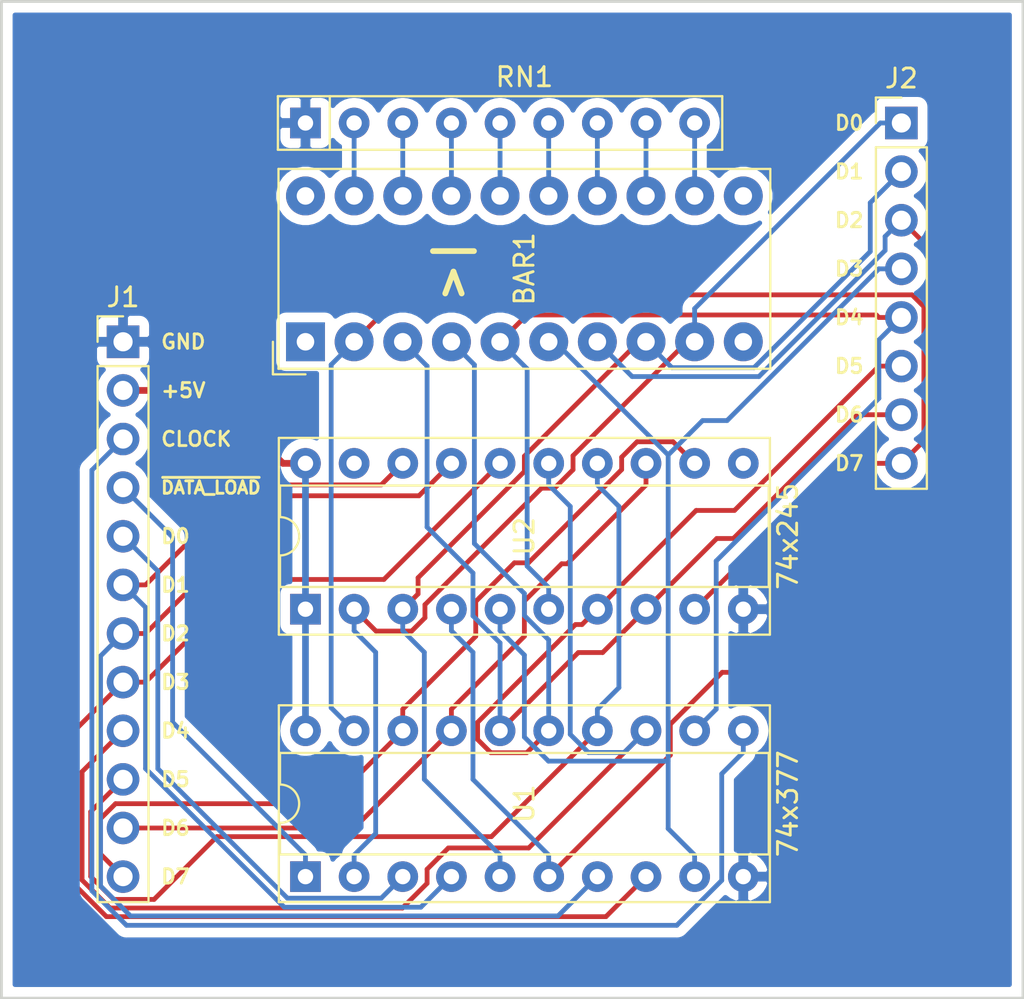
<source format=kicad_pcb>
(kicad_pcb (version 20171130) (host pcbnew "(5.1.2)-2")

  (general
    (thickness 1.6)
    (drawings 30)
    (tracks 232)
    (zones 0)
    (modules 6)
    (nets 35)
  )

  (page A4)
  (layers
    (0 F.Cu signal)
    (31 B.Cu signal)
    (32 B.Adhes user hide)
    (33 F.Adhes user hide)
    (34 B.Paste user hide)
    (35 F.Paste user hide)
    (36 B.SilkS user)
    (37 F.SilkS user)
    (38 B.Mask user)
    (39 F.Mask user)
    (40 Dwgs.User user hide)
    (41 Cmts.User user hide)
    (42 Eco1.User user hide)
    (43 Eco2.User user hide)
    (44 Edge.Cuts user)
    (45 Margin user hide)
    (46 B.CrtYd user hide)
    (47 F.CrtYd user hide)
    (48 B.Fab user hide)
    (49 F.Fab user hide)
  )

  (setup
    (last_trace_width 0.25)
    (trace_clearance 0.2)
    (zone_clearance 0.508)
    (zone_45_only no)
    (trace_min 0.2)
    (via_size 0.8)
    (via_drill 0.4)
    (via_min_size 0.4)
    (via_min_drill 0.3)
    (uvia_size 0.3)
    (uvia_drill 0.1)
    (uvias_allowed no)
    (uvia_min_size 0.2)
    (uvia_min_drill 0.1)
    (edge_width 0.15)
    (segment_width 0.2)
    (pcb_text_width 0.3)
    (pcb_text_size 1.5 1.5)
    (mod_edge_width 0.15)
    (mod_text_size 1 1)
    (mod_text_width 0.15)
    (pad_size 1.524 1.524)
    (pad_drill 0.762)
    (pad_to_mask_clearance 0.051)
    (solder_mask_min_width 0.25)
    (aux_axis_origin 0 0)
    (visible_elements 7FFFF7FF)
    (pcbplotparams
      (layerselection 0x010f0_ffffffff)
      (usegerberextensions true)
      (usegerberattributes false)
      (usegerberadvancedattributes false)
      (creategerberjobfile false)
      (excludeedgelayer true)
      (linewidth 0.100000)
      (plotframeref false)
      (viasonmask false)
      (mode 1)
      (useauxorigin false)
      (hpglpennumber 1)
      (hpglpenspeed 20)
      (hpglpendiameter 15.000000)
      (psnegative false)
      (psa4output false)
      (plotreference true)
      (plotvalue true)
      (plotinvisibletext false)
      (padsonsilk false)
      (subtractmaskfromsilk false)
      (outputformat 1)
      (mirror false)
      (drillshape 0)
      (scaleselection 1)
      (outputdirectory "gerber"))
  )

  (net 0 "")
  (net 1 GND)
  (net 2 "Net-(BAR1-Pad19)")
  (net 3 "Net-(BAR1-Pad18)")
  (net 4 "Net-(BAR1-Pad17)")
  (net 5 "Net-(BAR1-Pad16)")
  (net 6 "Net-(BAR1-Pad15)")
  (net 7 "Net-(BAR1-Pad14)")
  (net 8 "Net-(BAR1-Pad13)")
  (net 9 "Net-(BAR1-Pad12)")
  (net 10 ~DATA_LOAD)
  (net 11 CLOCK)
  (net 12 "Net-(BAR1-Pad9)")
  (net 13 "Net-(BAR1-Pad5)")
  (net 14 "Net-(J1-Pad6)")
  (net 15 "Net-(J1-Pad10)")
  (net 16 "Net-(J1-Pad7)")
  (net 17 "Net-(J1-Pad11)")
  (net 18 "Net-(BAR1-Pad8)")
  (net 19 "Net-(BAR1-Pad4)")
  (net 20 "Net-(BAR1-Pad7)")
  (net 21 "Net-(BAR1-Pad3)")
  (net 22 "Net-(J1-Pad8)")
  (net 23 "Net-(J1-Pad12)")
  (net 24 "Net-(J1-Pad9)")
  (net 25 "Net-(J1-Pad13)")
  (net 26 "Net-(BAR1-Pad6)")
  (net 27 "Net-(BAR1-Pad2)")
  (net 28 +5V)
  (net 29 ~DATA_OUT)
  (net 30 "Net-(BAR1-Pad1)")
  (net 31 "Net-(BAR1-Pad11)")
  (net 32 "Net-(BAR1-Pad10)")
  (net 33 "Net-(BAR1-Pad20)")
  (net 34 "Net-(J1-Pad5)")

  (net_class Default "This is the default net class."
    (clearance 0.2)
    (trace_width 0.25)
    (via_dia 0.8)
    (via_drill 0.4)
    (uvia_dia 0.3)
    (uvia_drill 0.1)
    (add_net CLOCK)
    (add_net "Net-(BAR1-Pad1)")
    (add_net "Net-(BAR1-Pad10)")
    (add_net "Net-(BAR1-Pad11)")
    (add_net "Net-(BAR1-Pad12)")
    (add_net "Net-(BAR1-Pad13)")
    (add_net "Net-(BAR1-Pad14)")
    (add_net "Net-(BAR1-Pad15)")
    (add_net "Net-(BAR1-Pad16)")
    (add_net "Net-(BAR1-Pad17)")
    (add_net "Net-(BAR1-Pad18)")
    (add_net "Net-(BAR1-Pad19)")
    (add_net "Net-(BAR1-Pad2)")
    (add_net "Net-(BAR1-Pad20)")
    (add_net "Net-(BAR1-Pad3)")
    (add_net "Net-(BAR1-Pad4)")
    (add_net "Net-(BAR1-Pad5)")
    (add_net "Net-(BAR1-Pad6)")
    (add_net "Net-(BAR1-Pad7)")
    (add_net "Net-(BAR1-Pad8)")
    (add_net "Net-(BAR1-Pad9)")
    (add_net "Net-(J1-Pad10)")
    (add_net "Net-(J1-Pad11)")
    (add_net "Net-(J1-Pad12)")
    (add_net "Net-(J1-Pad13)")
    (add_net "Net-(J1-Pad5)")
    (add_net "Net-(J1-Pad6)")
    (add_net "Net-(J1-Pad7)")
    (add_net "Net-(J1-Pad8)")
    (add_net "Net-(J1-Pad9)")
    (add_net ~DATA_LOAD)
    (add_net ~DATA_OUT)
  )

  (net_class Power ""
    (clearance 0.2)
    (trace_width 0.35)
    (via_dia 0.8)
    (via_drill 0.4)
    (uvia_dia 0.3)
    (uvia_drill 0.1)
    (add_net +5V)
    (add_net GND)
  )

  (module Connector_PinHeader_2.54mm:PinHeader_1x08_P2.54mm_Vertical (layer F.Cu) (tedit 59FED5CC) (tstamp 5D50B321)
    (at 74.295 21.59)
    (descr "Through hole straight pin header, 1x08, 2.54mm pitch, single row")
    (tags "Through hole pin header THT 1x08 2.54mm single row")
    (path /5D50908E)
    (fp_text reference J2 (at 0 -2.33) (layer F.SilkS)
      (effects (font (size 1 1) (thickness 0.15)))
    )
    (fp_text value Conn_01x08_Male (at 0 20.11) (layer F.Fab)
      (effects (font (size 1 1) (thickness 0.15)))
    )
    (fp_text user %R (at 0 8.89 90) (layer F.Fab)
      (effects (font (size 1 1) (thickness 0.15)))
    )
    (fp_line (start 1.8 -1.8) (end -1.8 -1.8) (layer F.CrtYd) (width 0.05))
    (fp_line (start 1.8 19.55) (end 1.8 -1.8) (layer F.CrtYd) (width 0.05))
    (fp_line (start -1.8 19.55) (end 1.8 19.55) (layer F.CrtYd) (width 0.05))
    (fp_line (start -1.8 -1.8) (end -1.8 19.55) (layer F.CrtYd) (width 0.05))
    (fp_line (start -1.33 -1.33) (end 0 -1.33) (layer F.SilkS) (width 0.12))
    (fp_line (start -1.33 0) (end -1.33 -1.33) (layer F.SilkS) (width 0.12))
    (fp_line (start -1.33 1.27) (end 1.33 1.27) (layer F.SilkS) (width 0.12))
    (fp_line (start 1.33 1.27) (end 1.33 19.11) (layer F.SilkS) (width 0.12))
    (fp_line (start -1.33 1.27) (end -1.33 19.11) (layer F.SilkS) (width 0.12))
    (fp_line (start -1.33 19.11) (end 1.33 19.11) (layer F.SilkS) (width 0.12))
    (fp_line (start -1.27 -0.635) (end -0.635 -1.27) (layer F.Fab) (width 0.1))
    (fp_line (start -1.27 19.05) (end -1.27 -0.635) (layer F.Fab) (width 0.1))
    (fp_line (start 1.27 19.05) (end -1.27 19.05) (layer F.Fab) (width 0.1))
    (fp_line (start 1.27 -1.27) (end 1.27 19.05) (layer F.Fab) (width 0.1))
    (fp_line (start -0.635 -1.27) (end 1.27 -1.27) (layer F.Fab) (width 0.1))
    (pad 8 thru_hole oval (at 0 17.78) (size 1.7 1.7) (drill 1) (layers *.Cu *.Mask)
      (net 27 "Net-(BAR1-Pad2)"))
    (pad 7 thru_hole oval (at 0 15.24) (size 1.7 1.7) (drill 1) (layers *.Cu *.Mask)
      (net 21 "Net-(BAR1-Pad3)"))
    (pad 6 thru_hole oval (at 0 12.7) (size 1.7 1.7) (drill 1) (layers *.Cu *.Mask)
      (net 19 "Net-(BAR1-Pad4)"))
    (pad 5 thru_hole oval (at 0 10.16) (size 1.7 1.7) (drill 1) (layers *.Cu *.Mask)
      (net 13 "Net-(BAR1-Pad5)"))
    (pad 4 thru_hole oval (at 0 7.62) (size 1.7 1.7) (drill 1) (layers *.Cu *.Mask)
      (net 26 "Net-(BAR1-Pad6)"))
    (pad 3 thru_hole oval (at 0 5.08) (size 1.7 1.7) (drill 1) (layers *.Cu *.Mask)
      (net 20 "Net-(BAR1-Pad7)"))
    (pad 2 thru_hole oval (at 0 2.54) (size 1.7 1.7) (drill 1) (layers *.Cu *.Mask)
      (net 18 "Net-(BAR1-Pad8)"))
    (pad 1 thru_hole rect (at 0 0) (size 1.7 1.7) (drill 1) (layers *.Cu *.Mask)
      (net 12 "Net-(BAR1-Pad9)"))
    (model ${KISYS3DMOD}/Connector_PinHeader_2.54mm.3dshapes/PinHeader_1x08_P2.54mm_Vertical.wrl
      (at (xyz 0 0 0))
      (scale (xyz 1 1 1))
      (rotate (xyz 0 0 0))
    )
  )

  (module Connector_PinHeader_2.54mm:PinHeader_1x12_P2.54mm_Vertical (layer F.Cu) (tedit 59FED5CC) (tstamp 5D50AE01)
    (at 33.655 33.02)
    (descr "Through hole straight pin header, 1x12, 2.54mm pitch, single row")
    (tags "Through hole pin header THT 1x12 2.54mm single row")
    (path /5D516A93)
    (fp_text reference J1 (at 0 -2.33) (layer F.SilkS)
      (effects (font (size 1 1) (thickness 0.15)))
    )
    (fp_text value Conn_01x12_Male (at 0 30.27) (layer F.Fab)
      (effects (font (size 1 1) (thickness 0.15)))
    )
    (fp_text user %R (at 0 13.97 90) (layer F.Fab)
      (effects (font (size 1 1) (thickness 0.15)))
    )
    (fp_line (start 1.8 -1.8) (end -1.8 -1.8) (layer F.CrtYd) (width 0.05))
    (fp_line (start 1.8 29.75) (end 1.8 -1.8) (layer F.CrtYd) (width 0.05))
    (fp_line (start -1.8 29.75) (end 1.8 29.75) (layer F.CrtYd) (width 0.05))
    (fp_line (start -1.8 -1.8) (end -1.8 29.75) (layer F.CrtYd) (width 0.05))
    (fp_line (start -1.33 -1.33) (end 0 -1.33) (layer F.SilkS) (width 0.12))
    (fp_line (start -1.33 0) (end -1.33 -1.33) (layer F.SilkS) (width 0.12))
    (fp_line (start -1.33 1.27) (end 1.33 1.27) (layer F.SilkS) (width 0.12))
    (fp_line (start 1.33 1.27) (end 1.33 29.27) (layer F.SilkS) (width 0.12))
    (fp_line (start -1.33 1.27) (end -1.33 29.27) (layer F.SilkS) (width 0.12))
    (fp_line (start -1.33 29.27) (end 1.33 29.27) (layer F.SilkS) (width 0.12))
    (fp_line (start -1.27 -0.635) (end -0.635 -1.27) (layer F.Fab) (width 0.1))
    (fp_line (start -1.27 29.21) (end -1.27 -0.635) (layer F.Fab) (width 0.1))
    (fp_line (start 1.27 29.21) (end -1.27 29.21) (layer F.Fab) (width 0.1))
    (fp_line (start 1.27 -1.27) (end 1.27 29.21) (layer F.Fab) (width 0.1))
    (fp_line (start -0.635 -1.27) (end 1.27 -1.27) (layer F.Fab) (width 0.1))
    (pad 12 thru_hole oval (at 0 27.94) (size 1.7 1.7) (drill 1) (layers *.Cu *.Mask)
      (net 23 "Net-(J1-Pad12)"))
    (pad 11 thru_hole oval (at 0 25.4) (size 1.7 1.7) (drill 1) (layers *.Cu *.Mask)
      (net 17 "Net-(J1-Pad11)"))
    (pad 10 thru_hole oval (at 0 22.86) (size 1.7 1.7) (drill 1) (layers *.Cu *.Mask)
      (net 15 "Net-(J1-Pad10)"))
    (pad 9 thru_hole oval (at 0 20.32) (size 1.7 1.7) (drill 1) (layers *.Cu *.Mask)
      (net 24 "Net-(J1-Pad9)"))
    (pad 8 thru_hole oval (at 0 17.78) (size 1.7 1.7) (drill 1) (layers *.Cu *.Mask)
      (net 22 "Net-(J1-Pad8)"))
    (pad 7 thru_hole oval (at 0 15.24) (size 1.7 1.7) (drill 1) (layers *.Cu *.Mask)
      (net 16 "Net-(J1-Pad7)"))
    (pad 6 thru_hole oval (at 0 12.7) (size 1.7 1.7) (drill 1) (layers *.Cu *.Mask)
      (net 14 "Net-(J1-Pad6)"))
    (pad 5 thru_hole oval (at 0 10.16) (size 1.7 1.7) (drill 1) (layers *.Cu *.Mask)
      (net 34 "Net-(J1-Pad5)"))
    (pad 4 thru_hole oval (at 0 7.62) (size 1.7 1.7) (drill 1) (layers *.Cu *.Mask)
      (net 10 ~DATA_LOAD))
    (pad 3 thru_hole oval (at 0 5.08) (size 1.7 1.7) (drill 1) (layers *.Cu *.Mask)
      (net 11 CLOCK))
    (pad 2 thru_hole oval (at 0 2.54) (size 1.7 1.7) (drill 1) (layers *.Cu *.Mask)
      (net 28 +5V))
    (pad 1 thru_hole rect (at 0 0) (size 1.7 1.7) (drill 1) (layers *.Cu *.Mask)
      (net 1 GND))
    (model ${KISYS3DMOD}/Connector_PinHeader_2.54mm.3dshapes/PinHeader_1x12_P2.54mm_Vertical.wrl
      (at (xyz 0 0 0))
      (scale (xyz 1 1 1))
      (rotate (xyz 0 0 0))
    )
  )

  (module Display:HDSP-4830 (layer F.Cu) (tedit 5A02FE80) (tstamp 5D450A5B)
    (at 43.18 33.02 90)
    (descr "10-Element Red Bar Graph Array https://docs.broadcom.com/docs/AV02-1798EN")
    (tags "10-Element Red Bar Graph Array")
    (path /5D39B7C9)
    (fp_text reference BAR1 (at 3.81 11.43 90) (layer F.SilkS)
      (effects (font (size 1 1) (thickness 0.15)))
    )
    (fp_text value LED-BAR (at 2.89 25.22 90) (layer F.Fab)
      (effects (font (size 1 1) (thickness 0.15)))
    )
    (fp_line (start 0 -1.7) (end -1.7 -1.7) (layer F.SilkS) (width 0.12))
    (fp_line (start -1.7 -1.7) (end -1.7 0) (layer F.SilkS) (width 0.12))
    (fp_line (start 0 -1.27) (end -1.27 0) (layer F.Fab) (width 0.1))
    (fp_line (start -1.52 24.38) (end 9.14 24.38) (layer F.CrtYd) (width 0.05))
    (fp_line (start 9.14 24.38) (end 9.14 -1.52) (layer F.CrtYd) (width 0.05))
    (fp_line (start -1.52 -1.52) (end -1.52 24.38) (layer F.CrtYd) (width 0.05))
    (fp_line (start -1.52 -1.52) (end 9.14 -1.52) (layer F.CrtYd) (width 0.05))
    (fp_line (start 8.89 -1.27) (end 8.89 24.13) (layer F.Fab) (width 0.1))
    (fp_line (start -1.27 24.13) (end 8.89 24.13) (layer F.Fab) (width 0.1))
    (fp_line (start -1.27 0) (end -1.27 24.13) (layer F.Fab) (width 0.1))
    (fp_text user %R (at 4 12 90) (layer F.Fab)
      (effects (font (size 1 1) (thickness 0.1)))
    )
    (fp_line (start 0 -1.27) (end 8.89 -1.27) (layer F.Fab) (width 0.1))
    (fp_line (start 9.03 24.27) (end -1.41 24.27) (layer F.SilkS) (width 0.12))
    (fp_line (start -1.41 24.27) (end -1.41 -1.41) (layer F.SilkS) (width 0.12))
    (fp_line (start -1.41 -1.41) (end 9.03 -1.41) (layer F.SilkS) (width 0.12))
    (fp_line (start 9.03 -1.41) (end 9.03 24.27) (layer F.SilkS) (width 0.12))
    (pad 1 thru_hole rect (at 0 0) (size 2.032 2.032) (drill 0.9144) (layers *.Cu *.Mask)
      (net 30 "Net-(BAR1-Pad1)"))
    (pad 2 thru_hole circle (at 0 2.54) (size 2.032 2.032) (drill 0.9144) (layers *.Cu *.Mask)
      (net 27 "Net-(BAR1-Pad2)"))
    (pad 3 thru_hole circle (at 0 5.08) (size 2.032 2.032) (drill 0.9144) (layers *.Cu *.Mask)
      (net 21 "Net-(BAR1-Pad3)"))
    (pad 4 thru_hole circle (at 0 7.62) (size 2.032 2.032) (drill 0.9144) (layers *.Cu *.Mask)
      (net 19 "Net-(BAR1-Pad4)"))
    (pad 13 thru_hole circle (at 7.62 17.78) (size 2.032 2.032) (drill 0.9144) (layers *.Cu *.Mask)
      (net 8 "Net-(BAR1-Pad13)"))
    (pad 14 thru_hole circle (at 7.62 15.24) (size 2.032 2.032) (drill 0.9144) (layers *.Cu *.Mask)
      (net 7 "Net-(BAR1-Pad14)"))
    (pad 15 thru_hole circle (at 7.62 12.7) (size 2.032 2.032) (drill 0.9144) (layers *.Cu *.Mask)
      (net 6 "Net-(BAR1-Pad15)"))
    (pad 16 thru_hole circle (at 7.62 10.16) (size 2.032 2.032) (drill 0.9144) (layers *.Cu *.Mask)
      (net 5 "Net-(BAR1-Pad16)"))
    (pad 5 thru_hole circle (at 0 10.16) (size 2.032 2.032) (drill 0.9144) (layers *.Cu *.Mask)
      (net 13 "Net-(BAR1-Pad5)"))
    (pad 6 thru_hole circle (at 0 12.7) (size 2.032 2.032) (drill 0.9144) (layers *.Cu *.Mask)
      (net 26 "Net-(BAR1-Pad6)"))
    (pad 7 thru_hole circle (at 0 15.24) (size 2.032 2.032) (drill 0.9144) (layers *.Cu *.Mask)
      (net 20 "Net-(BAR1-Pad7)"))
    (pad 8 thru_hole circle (at 0 17.78) (size 2.032 2.032) (drill 0.9144) (layers *.Cu *.Mask)
      (net 18 "Net-(BAR1-Pad8)"))
    (pad 12 thru_hole circle (at 7.62 20.32) (size 2.032 2.032) (drill 0.9144) (layers *.Cu *.Mask)
      (net 9 "Net-(BAR1-Pad12)"))
    (pad 11 thru_hole circle (at 7.62 22.86) (size 2.032 2.032) (drill 0.9144) (layers *.Cu *.Mask)
      (net 31 "Net-(BAR1-Pad11)"))
    (pad 10 thru_hole circle (at 0 22.86) (size 2.032 2.032) (drill 0.9144) (layers *.Cu *.Mask)
      (net 32 "Net-(BAR1-Pad10)"))
    (pad 9 thru_hole circle (at 0 20.32) (size 2.032 2.032) (drill 0.9144) (layers *.Cu *.Mask)
      (net 12 "Net-(BAR1-Pad9)"))
    (pad 17 thru_hole circle (at 7.62 7.62) (size 2.032 2.032) (drill 0.9144) (layers *.Cu *.Mask)
      (net 4 "Net-(BAR1-Pad17)"))
    (pad 18 thru_hole circle (at 7.62 5.08) (size 2.032 2.032) (drill 0.9144) (layers *.Cu *.Mask)
      (net 3 "Net-(BAR1-Pad18)"))
    (pad 19 thru_hole circle (at 7.62 2.54) (size 2.032 2.032) (drill 0.9144) (layers *.Cu *.Mask)
      (net 2 "Net-(BAR1-Pad19)"))
    (pad 20 thru_hole circle (at 7.62 0) (size 2.032 2.032) (drill 0.9144) (layers *.Cu *.Mask)
      (net 33 "Net-(BAR1-Pad20)"))
    (model ${KISYS3DMOD}/Display.3dshapes/HDSP-4830.wrl
      (at (xyz 0 0 0))
      (scale (xyz 1 1 1))
      (rotate (xyz 0 0 0))
    )
  )

  (module Package_DIP:DIP-20_W7.62mm_Socket (layer F.Cu) (tedit 5D397E1C) (tstamp 5D4514C7)
    (at 43.18 46.99 90)
    (descr "20-lead though-hole mounted DIP package, row spacing 7.62 mm (300 mils), Socket")
    (tags "THT DIP DIL PDIP 2.54mm 7.62mm 300mil Socket")
    (path /5D38844F)
    (fp_text reference U2 (at 3.81 11.43 90) (layer F.SilkS)
      (effects (font (size 1 1) (thickness 0.15)))
    )
    (fp_text value 74x245 (at 3.81 25.19 90) (layer F.SilkS)
      (effects (font (size 1 1) (thickness 0.15)))
    )
    (fp_text user %R (at 3.81 11.43 90) (layer F.Fab)
      (effects (font (size 1 1) (thickness 0.15)))
    )
    (fp_line (start 9.15 -1.6) (end -1.55 -1.6) (layer F.CrtYd) (width 0.05))
    (fp_line (start 9.15 24.45) (end 9.15 -1.6) (layer F.CrtYd) (width 0.05))
    (fp_line (start -1.55 24.45) (end 9.15 24.45) (layer F.CrtYd) (width 0.05))
    (fp_line (start -1.55 -1.6) (end -1.55 24.45) (layer F.CrtYd) (width 0.05))
    (fp_line (start 8.95 -1.39) (end -1.33 -1.39) (layer F.SilkS) (width 0.12))
    (fp_line (start 8.95 24.25) (end 8.95 -1.39) (layer F.SilkS) (width 0.12))
    (fp_line (start -1.33 24.25) (end 8.95 24.25) (layer F.SilkS) (width 0.12))
    (fp_line (start -1.33 -1.39) (end -1.33 24.25) (layer F.SilkS) (width 0.12))
    (fp_line (start 6.46 -1.33) (end 4.81 -1.33) (layer F.SilkS) (width 0.12))
    (fp_line (start 6.46 24.19) (end 6.46 -1.33) (layer F.SilkS) (width 0.12))
    (fp_line (start 1.16 24.19) (end 6.46 24.19) (layer F.SilkS) (width 0.12))
    (fp_line (start 1.16 -1.33) (end 1.16 24.19) (layer F.SilkS) (width 0.12))
    (fp_line (start 2.81 -1.33) (end 1.16 -1.33) (layer F.SilkS) (width 0.12))
    (fp_line (start 8.89 -1.33) (end -1.27 -1.33) (layer F.Fab) (width 0.1))
    (fp_line (start 8.89 24.19) (end 8.89 -1.33) (layer F.Fab) (width 0.1))
    (fp_line (start -1.27 24.19) (end 8.89 24.19) (layer F.Fab) (width 0.1))
    (fp_line (start -1.27 -1.33) (end -1.27 24.19) (layer F.Fab) (width 0.1))
    (fp_line (start 0.635 -0.27) (end 1.635 -1.27) (layer F.Fab) (width 0.1))
    (fp_line (start 0.635 24.13) (end 0.635 -0.27) (layer F.Fab) (width 0.1))
    (fp_line (start 6.985 24.13) (end 0.635 24.13) (layer F.Fab) (width 0.1))
    (fp_line (start 6.985 -1.27) (end 6.985 24.13) (layer F.Fab) (width 0.1))
    (fp_line (start 1.635 -1.27) (end 6.985 -1.27) (layer F.Fab) (width 0.1))
    (fp_arc (start 3.81 -1.33) (end 2.81 -1.33) (angle -180) (layer F.SilkS) (width 0.12))
    (pad 20 thru_hole oval (at 7.62 0 90) (size 1.6 1.6) (drill 0.8) (layers *.Cu *.Mask)
      (net 28 +5V))
    (pad 10 thru_hole oval (at 0 22.86 90) (size 1.6 1.6) (drill 0.8) (layers *.Cu *.Mask)
      (net 1 GND))
    (pad 19 thru_hole oval (at 7.62 2.54 90) (size 1.6 1.6) (drill 0.8) (layers *.Cu *.Mask)
      (net 29 ~DATA_OUT))
    (pad 9 thru_hole oval (at 0 20.32 90) (size 1.6 1.6) (drill 0.8) (layers *.Cu *.Mask)
      (net 27 "Net-(BAR1-Pad2)"))
    (pad 18 thru_hole oval (at 7.62 5.08 90) (size 1.6 1.6) (drill 0.8) (layers *.Cu *.Mask)
      (net 14 "Net-(J1-Pad6)"))
    (pad 8 thru_hole oval (at 0 17.78 90) (size 1.6 1.6) (drill 0.8) (layers *.Cu *.Mask)
      (net 21 "Net-(BAR1-Pad3)"))
    (pad 17 thru_hole oval (at 7.62 7.62 90) (size 1.6 1.6) (drill 0.8) (layers *.Cu *.Mask)
      (net 16 "Net-(J1-Pad7)"))
    (pad 7 thru_hole oval (at 0 15.24 90) (size 1.6 1.6) (drill 0.8) (layers *.Cu *.Mask)
      (net 19 "Net-(BAR1-Pad4)"))
    (pad 16 thru_hole oval (at 7.62 10.16 90) (size 1.6 1.6) (drill 0.8) (layers *.Cu *.Mask)
      (net 22 "Net-(J1-Pad8)"))
    (pad 6 thru_hole oval (at 0 12.7 90) (size 1.6 1.6) (drill 0.8) (layers *.Cu *.Mask)
      (net 13 "Net-(BAR1-Pad5)"))
    (pad 15 thru_hole oval (at 7.62 12.7 90) (size 1.6 1.6) (drill 0.8) (layers *.Cu *.Mask)
      (net 24 "Net-(J1-Pad9)"))
    (pad 5 thru_hole oval (at 0 10.16 90) (size 1.6 1.6) (drill 0.8) (layers *.Cu *.Mask)
      (net 26 "Net-(BAR1-Pad6)"))
    (pad 14 thru_hole oval (at 7.62 15.24 90) (size 1.6 1.6) (drill 0.8) (layers *.Cu *.Mask)
      (net 15 "Net-(J1-Pad10)"))
    (pad 4 thru_hole oval (at 0 7.62 90) (size 1.6 1.6) (drill 0.8) (layers *.Cu *.Mask)
      (net 20 "Net-(BAR1-Pad7)"))
    (pad 13 thru_hole oval (at 7.62 17.78 90) (size 1.6 1.6) (drill 0.8) (layers *.Cu *.Mask)
      (net 17 "Net-(J1-Pad11)"))
    (pad 3 thru_hole oval (at 0 5.08 90) (size 1.6 1.6) (drill 0.8) (layers *.Cu *.Mask)
      (net 18 "Net-(BAR1-Pad8)"))
    (pad 12 thru_hole oval (at 7.62 20.32 90) (size 1.6 1.6) (drill 0.8) (layers *.Cu *.Mask)
      (net 23 "Net-(J1-Pad12)"))
    (pad 2 thru_hole oval (at 0 2.54 90) (size 1.6 1.6) (drill 0.8) (layers *.Cu *.Mask)
      (net 12 "Net-(BAR1-Pad9)"))
    (pad 11 thru_hole oval (at 7.62 22.86 90) (size 1.6 1.6) (drill 0.8) (layers *.Cu *.Mask)
      (net 25 "Net-(J1-Pad13)"))
    (pad 1 thru_hole rect (at 0 0 90) (size 1.6 1.6) (drill 0.8) (layers *.Cu *.Mask)
      (net 28 +5V))
    (model ${KISYS3DMOD}/Package_DIP.3dshapes/DIP-20_W7.62mm_Socket.wrl
      (at (xyz 0 0 0))
      (scale (xyz 1 1 1))
      (rotate (xyz 0 0 0))
    )
  )

  (module Package_DIP:DIP-20_W7.62mm_Socket (layer F.Cu) (tedit 5D397E13) (tstamp 5D451231)
    (at 43.18 60.96 90)
    (descr "20-lead though-hole mounted DIP package, row spacing 7.62 mm (300 mils), Socket")
    (tags "THT DIP DIL PDIP 2.54mm 7.62mm 300mil Socket")
    (path /5D387BBA)
    (fp_text reference U1 (at 3.81 11.43 90) (layer F.SilkS)
      (effects (font (size 1 1) (thickness 0.15)))
    )
    (fp_text value 74x377 (at 3.81 25.19 90) (layer F.SilkS)
      (effects (font (size 1 1) (thickness 0.15)))
    )
    (fp_arc (start 3.81 -1.33) (end 2.81 -1.33) (angle -180) (layer F.SilkS) (width 0.12))
    (fp_line (start 1.635 -1.27) (end 6.985 -1.27) (layer F.Fab) (width 0.1))
    (fp_line (start 6.985 -1.27) (end 6.985 24.13) (layer F.Fab) (width 0.1))
    (fp_line (start 6.985 24.13) (end 0.635 24.13) (layer F.Fab) (width 0.1))
    (fp_line (start 0.635 24.13) (end 0.635 -0.27) (layer F.Fab) (width 0.1))
    (fp_line (start 0.635 -0.27) (end 1.635 -1.27) (layer F.Fab) (width 0.1))
    (fp_line (start -1.27 -1.33) (end -1.27 24.19) (layer F.Fab) (width 0.1))
    (fp_line (start -1.27 24.19) (end 8.89 24.19) (layer F.Fab) (width 0.1))
    (fp_line (start 8.89 24.19) (end 8.89 -1.33) (layer F.Fab) (width 0.1))
    (fp_line (start 8.89 -1.33) (end -1.27 -1.33) (layer F.Fab) (width 0.1))
    (fp_line (start 2.81 -1.33) (end 1.16 -1.33) (layer F.SilkS) (width 0.12))
    (fp_line (start 1.16 -1.33) (end 1.16 24.19) (layer F.SilkS) (width 0.12))
    (fp_line (start 1.16 24.19) (end 6.46 24.19) (layer F.SilkS) (width 0.12))
    (fp_line (start 6.46 24.19) (end 6.46 -1.33) (layer F.SilkS) (width 0.12))
    (fp_line (start 6.46 -1.33) (end 4.81 -1.33) (layer F.SilkS) (width 0.12))
    (fp_line (start -1.33 -1.39) (end -1.33 24.25) (layer F.SilkS) (width 0.12))
    (fp_line (start -1.33 24.25) (end 8.95 24.25) (layer F.SilkS) (width 0.12))
    (fp_line (start 8.95 24.25) (end 8.95 -1.39) (layer F.SilkS) (width 0.12))
    (fp_line (start 8.95 -1.39) (end -1.33 -1.39) (layer F.SilkS) (width 0.12))
    (fp_line (start -1.55 -1.6) (end -1.55 24.45) (layer F.CrtYd) (width 0.05))
    (fp_line (start -1.55 24.45) (end 9.15 24.45) (layer F.CrtYd) (width 0.05))
    (fp_line (start 9.15 24.45) (end 9.15 -1.6) (layer F.CrtYd) (width 0.05))
    (fp_line (start 9.15 -1.6) (end -1.55 -1.6) (layer F.CrtYd) (width 0.05))
    (fp_text user %R (at 3.81 11.43 90) (layer F.Fab)
      (effects (font (size 1 1) (thickness 0.15)))
    )
    (pad 1 thru_hole rect (at 0 0 90) (size 1.6 1.6) (drill 0.8) (layers *.Cu *.Mask)
      (net 10 ~DATA_LOAD))
    (pad 11 thru_hole oval (at 7.62 22.86 90) (size 1.6 1.6) (drill 0.8) (layers *.Cu *.Mask)
      (net 11 CLOCK))
    (pad 2 thru_hole oval (at 0 2.54 90) (size 1.6 1.6) (drill 0.8) (layers *.Cu *.Mask)
      (net 12 "Net-(BAR1-Pad9)"))
    (pad 12 thru_hole oval (at 7.62 20.32 90) (size 1.6 1.6) (drill 0.8) (layers *.Cu *.Mask)
      (net 13 "Net-(BAR1-Pad5)"))
    (pad 3 thru_hole oval (at 0 5.08 90) (size 1.6 1.6) (drill 0.8) (layers *.Cu *.Mask)
      (net 34 "Net-(J1-Pad5)"))
    (pad 13 thru_hole oval (at 7.62 17.78 90) (size 1.6 1.6) (drill 0.8) (layers *.Cu *.Mask)
      (net 24 "Net-(J1-Pad9)"))
    (pad 4 thru_hole oval (at 0 7.62 90) (size 1.6 1.6) (drill 0.8) (layers *.Cu *.Mask)
      (net 14 "Net-(J1-Pad6)"))
    (pad 14 thru_hole oval (at 7.62 15.24 90) (size 1.6 1.6) (drill 0.8) (layers *.Cu *.Mask)
      (net 15 "Net-(J1-Pad10)"))
    (pad 5 thru_hole oval (at 0 10.16 90) (size 1.6 1.6) (drill 0.8) (layers *.Cu *.Mask)
      (net 18 "Net-(BAR1-Pad8)"))
    (pad 15 thru_hole oval (at 7.62 12.7 90) (size 1.6 1.6) (drill 0.8) (layers *.Cu *.Mask)
      (net 19 "Net-(BAR1-Pad4)"))
    (pad 6 thru_hole oval (at 0 12.7 90) (size 1.6 1.6) (drill 0.8) (layers *.Cu *.Mask)
      (net 20 "Net-(BAR1-Pad7)"))
    (pad 16 thru_hole oval (at 7.62 10.16 90) (size 1.6 1.6) (drill 0.8) (layers *.Cu *.Mask)
      (net 21 "Net-(BAR1-Pad3)"))
    (pad 7 thru_hole oval (at 0 15.24 90) (size 1.6 1.6) (drill 0.8) (layers *.Cu *.Mask)
      (net 16 "Net-(J1-Pad7)"))
    (pad 17 thru_hole oval (at 7.62 7.62 90) (size 1.6 1.6) (drill 0.8) (layers *.Cu *.Mask)
      (net 17 "Net-(J1-Pad11)"))
    (pad 8 thru_hole oval (at 0 17.78 90) (size 1.6 1.6) (drill 0.8) (layers *.Cu *.Mask)
      (net 22 "Net-(J1-Pad8)"))
    (pad 18 thru_hole oval (at 7.62 5.08 90) (size 1.6 1.6) (drill 0.8) (layers *.Cu *.Mask)
      (net 23 "Net-(J1-Pad12)"))
    (pad 9 thru_hole oval (at 0 20.32 90) (size 1.6 1.6) (drill 0.8) (layers *.Cu *.Mask)
      (net 26 "Net-(BAR1-Pad6)"))
    (pad 19 thru_hole oval (at 7.62 2.54 90) (size 1.6 1.6) (drill 0.8) (layers *.Cu *.Mask)
      (net 27 "Net-(BAR1-Pad2)"))
    (pad 10 thru_hole oval (at 0 22.86 90) (size 1.6 1.6) (drill 0.8) (layers *.Cu *.Mask)
      (net 1 GND))
    (pad 20 thru_hole oval (at 7.62 0 90) (size 1.6 1.6) (drill 0.8) (layers *.Cu *.Mask)
      (net 28 +5V))
    (model ${KISYS3DMOD}/Package_DIP.3dshapes/DIP-20_W7.62mm_Socket.wrl
      (at (xyz 0 0 0))
      (scale (xyz 1 1 1))
      (rotate (xyz 0 0 0))
    )
  )

  (module Resistor_THT:R_Array_SIP9 (layer F.Cu) (tedit 5A14249F) (tstamp 5D4509D3)
    (at 43.18 21.59)
    (descr "9-pin Resistor SIP pack")
    (tags R)
    (path /5D397E41)
    (fp_text reference RN1 (at 11.43 -2.4) (layer F.SilkS)
      (effects (font (size 1 1) (thickness 0.15)))
    )
    (fp_text value 470 (at 11.43 2.4) (layer F.Fab)
      (effects (font (size 1 1) (thickness 0.15)))
    )
    (fp_text user %R (at 10.16 0) (layer F.Fab)
      (effects (font (size 1 1) (thickness 0.15)))
    )
    (fp_line (start -1.29 -1.25) (end -1.29 1.25) (layer F.Fab) (width 0.1))
    (fp_line (start -1.29 1.25) (end 21.61 1.25) (layer F.Fab) (width 0.1))
    (fp_line (start 21.61 1.25) (end 21.61 -1.25) (layer F.Fab) (width 0.1))
    (fp_line (start 21.61 -1.25) (end -1.29 -1.25) (layer F.Fab) (width 0.1))
    (fp_line (start 1.27 -1.25) (end 1.27 1.25) (layer F.Fab) (width 0.1))
    (fp_line (start -1.44 -1.4) (end -1.44 1.4) (layer F.SilkS) (width 0.12))
    (fp_line (start -1.44 1.4) (end 21.76 1.4) (layer F.SilkS) (width 0.12))
    (fp_line (start 21.76 1.4) (end 21.76 -1.4) (layer F.SilkS) (width 0.12))
    (fp_line (start 21.76 -1.4) (end -1.44 -1.4) (layer F.SilkS) (width 0.12))
    (fp_line (start 1.27 -1.4) (end 1.27 1.4) (layer F.SilkS) (width 0.12))
    (fp_line (start -1.7 -1.65) (end -1.7 1.65) (layer F.CrtYd) (width 0.05))
    (fp_line (start -1.7 1.65) (end 22.05 1.65) (layer F.CrtYd) (width 0.05))
    (fp_line (start 22.05 1.65) (end 22.05 -1.65) (layer F.CrtYd) (width 0.05))
    (fp_line (start 22.05 -1.65) (end -1.7 -1.65) (layer F.CrtYd) (width 0.05))
    (pad 1 thru_hole rect (at 0 0) (size 1.6 1.6) (drill 0.8) (layers *.Cu *.Mask)
      (net 1 GND))
    (pad 2 thru_hole oval (at 2.54 0) (size 1.6 1.6) (drill 0.8) (layers *.Cu *.Mask)
      (net 2 "Net-(BAR1-Pad19)"))
    (pad 3 thru_hole oval (at 5.08 0) (size 1.6 1.6) (drill 0.8) (layers *.Cu *.Mask)
      (net 3 "Net-(BAR1-Pad18)"))
    (pad 4 thru_hole oval (at 7.62 0) (size 1.6 1.6) (drill 0.8) (layers *.Cu *.Mask)
      (net 4 "Net-(BAR1-Pad17)"))
    (pad 5 thru_hole oval (at 10.16 0) (size 1.6 1.6) (drill 0.8) (layers *.Cu *.Mask)
      (net 5 "Net-(BAR1-Pad16)"))
    (pad 6 thru_hole oval (at 12.7 0) (size 1.6 1.6) (drill 0.8) (layers *.Cu *.Mask)
      (net 6 "Net-(BAR1-Pad15)"))
    (pad 7 thru_hole oval (at 15.24 0) (size 1.6 1.6) (drill 0.8) (layers *.Cu *.Mask)
      (net 7 "Net-(BAR1-Pad14)"))
    (pad 8 thru_hole oval (at 17.78 0) (size 1.6 1.6) (drill 0.8) (layers *.Cu *.Mask)
      (net 8 "Net-(BAR1-Pad13)"))
    (pad 9 thru_hole oval (at 20.32 0) (size 1.6 1.6) (drill 0.8) (layers *.Cu *.Mask)
      (net 9 "Net-(BAR1-Pad12)"))
    (model ${KISYS3DMOD}/Resistor_THT.3dshapes/R_Array_SIP9.wrl
      (at (xyz 0 0 0))
      (scale (xyz 1 1 1))
      (rotate (xyz 0 0 0))
    )
  )

  (gr_text D5 (at 70.739 34.29) (layer F.SilkS) (tstamp 5D50B36D)
    (effects (font (size 0.75 0.75) (thickness 0.15)) (justify left))
  )
  (gr_text D6 (at 70.739 36.83) (layer F.SilkS) (tstamp 5D50B358)
    (effects (font (size 0.75 0.75) (thickness 0.15)) (justify left))
  )
  (gr_text D7 (at 70.739 39.37) (layer F.SilkS) (tstamp 5D50B35B)
    (effects (font (size 0.75 0.75) (thickness 0.15)) (justify left))
  )
  (gr_text D0 (at 70.739 21.59) (layer F.SilkS) (tstamp 5D50B361)
    (effects (font (size 0.75 0.75) (thickness 0.15)) (justify left))
  )
  (gr_text D1 (at 70.739 24.13) (layer F.SilkS) (tstamp 5D50B364)
    (effects (font (size 0.75 0.75) (thickness 0.15)) (justify left))
  )
  (gr_text D2 (at 70.739 26.67) (layer F.SilkS) (tstamp 5D50B35E)
    (effects (font (size 0.75 0.75) (thickness 0.15)) (justify left))
  )
  (gr_text D3 (at 70.739 29.21) (layer F.SilkS) (tstamp 5D50B367)
    (effects (font (size 0.75 0.75) (thickness 0.15)) (justify left))
  )
  (gr_text D4 (at 70.739 31.75) (layer F.SilkS) (tstamp 5D50B36A)
    (effects (font (size 0.75 0.75) (thickness 0.15)) (justify left))
  )
  (gr_poly (pts (xy 86.995 25.4) (xy 86.995 19.05) (xy 93.345 19.05) (xy 93.345 25.4)) (layer Margin) (width 0.1) (tstamp 5D505DA6))
  (gr_text D4 (at 35.56 53.34) (layer F.SilkS) (tstamp 5D39782F)
    (effects (font (size 0.75 0.75) (thickness 0.15)) (justify left))
  )
  (gr_text D3 (at 35.56 50.8) (layer F.SilkS) (tstamp 5D39782B)
    (effects (font (size 0.75 0.75) (thickness 0.15)) (justify left))
  )
  (gr_text D2 (at 35.56 48.26) (layer F.SilkS) (tstamp 5D397827)
    (effects (font (size 0.75 0.75) (thickness 0.15)) (justify left))
  )
  (gr_text D1 (at 35.56 45.72) (layer F.SilkS) (tstamp 5D397823)
    (effects (font (size 0.75 0.75) (thickness 0.15)) (justify left))
  )
  (gr_text CLOCK (at 35.56 38.1) (layer F.SilkS) (tstamp 5D39781B)
    (effects (font (size 0.75 0.75) (thickness 0.15)) (justify left))
  )
  (gr_text GND (at 35.56 33.02) (layer F.SilkS) (tstamp 5D3974C4)
    (effects (font (size 0.75 0.75) (thickness 0.15)) (justify left))
  )
  (gr_text D0 (at 35.56 43.18) (layer F.SilkS) (tstamp 5D39781F)
    (effects (font (size 0.75 0.75) (thickness 0.15)) (justify left))
  )
  (gr_text ~DATA_LOAD (at 35.56 40.64) (layer F.SilkS) (tstamp 5D397817)
    (effects (font (size 0.65 0.65) (thickness 0.15)) (justify left))
  )
  (gr_text +5V (at 35.56 35.56) (layer F.SilkS) (tstamp 5D397480)
    (effects (font (size 0.75 0.75) (thickness 0.15)) (justify left))
  )
  (gr_text D7 (at 35.56 60.96) (layer F.SilkS) (tstamp 5D39783B)
    (effects (font (size 0.75 0.75) (thickness 0.15)) (justify left))
  )
  (gr_text D6 (at 35.56 58.42) (layer F.SilkS) (tstamp 5D397837)
    (effects (font (size 0.75 0.75) (thickness 0.15)) (justify left))
  )
  (gr_text D5 (at 35.56 55.88) (layer F.SilkS) (tstamp 5D397833)
    (effects (font (size 0.75 0.75) (thickness 0.15)) (justify left))
  )
  (gr_line (start 27.305 67.31) (end 27.305 15.24) (layer Edge.Cuts) (width 0.15))
  (gr_line (start 80.645 67.31) (end 27.305 67.31) (layer Edge.Cuts) (width 0.15))
  (gr_line (start 80.645 15.24) (end 80.645 67.31) (layer Edge.Cuts) (width 0.15))
  (gr_line (start 27.305 15.24) (end 80.645 15.24) (layer Edge.Cuts) (width 0.15))
  (gr_text >| (at 50.8 29.21 90) (layer F.SilkS)
    (effects (font (size 1.5 1.5) (thickness 0.3)))
  )
  (gr_poly (pts (xy 75.565 62.23) (xy 80.565 62.23) (xy 80.565 67.23) (xy 75.565 67.23)) (layer Margin) (width 0.15) (tstamp 5D45F26D))
  (gr_poly (pts (xy 75.565 15.32) (xy 80.565 15.32) (xy 80.565 20.32) (xy 75.565 20.32)) (layer Margin) (width 0.15) (tstamp 5D397C5C))
  (gr_poly (pts (xy 27.385 15.32) (xy 32.385 15.32) (xy 32.385 20.32) (xy 27.385 20.32)) (layer Margin) (width 0.15) (tstamp 5D397C59))
  (gr_poly (pts (xy 27.385 62.23) (xy 32.385 62.23) (xy 32.385 67.23) (xy 27.385 67.23)) (layer Margin) (width 0.15))

  (segment (start 45.72 21.59) (end 45.72 25.4) (width 0.25) (layer B.Cu) (net 2))
  (segment (start 48.26 21.59) (end 48.26 25.4) (width 0.25) (layer B.Cu) (net 3))
  (segment (start 50.8 21.59) (end 50.8 25.4) (width 0.25) (layer B.Cu) (net 4))
  (segment (start 53.34 21.59) (end 53.34 25.4) (width 0.25) (layer B.Cu) (net 5))
  (segment (start 55.88 21.59) (end 55.88 25.4) (width 0.25) (layer B.Cu) (net 6))
  (segment (start 58.42 21.59) (end 58.42 25.4) (width 0.25) (layer B.Cu) (net 7))
  (segment (start 60.96 21.59) (end 60.96 25.4) (width 0.25) (layer B.Cu) (net 8))
  (segment (start 63.5 21.59) (end 63.5 25.4) (width 0.25) (layer B.Cu) (net 9))
  (segment (start 43.18 59.8347) (end 43.18 60.96) (width 0.25) (layer B.Cu) (net 10))
  (segment (start 36.2431 52.8978) (end 43.18 59.8347) (width 0.25) (layer B.Cu) (net 10))
  (segment (start 36.2431 43.2281) (end 36.2431 52.8978) (width 0.25) (layer B.Cu) (net 10))
  (segment (start 33.655 40.64) (end 36.2431 43.2281) (width 0.25) (layer B.Cu) (net 10))
  (segment (start 64.9147 55.5906) (end 66.04 54.4653) (width 0.25) (layer B.Cu) (net 11))
  (segment (start 32.0271 39.7279) (end 32.0271 61.697) (width 0.25) (layer B.Cu) (net 11))
  (segment (start 32.0271 61.697) (end 33.834 63.5039) (width 0.25) (layer B.Cu) (net 11))
  (segment (start 66.04 54.4653) (end 66.04 53.34) (width 0.25) (layer B.Cu) (net 11))
  (segment (start 33.834 63.5039) (end 62.5683 63.5039) (width 0.25) (layer B.Cu) (net 11))
  (segment (start 33.655 38.1) (end 32.0271 39.7279) (width 0.25) (layer B.Cu) (net 11))
  (segment (start 62.5683 63.5039) (end 64.9147 61.1575) (width 0.25) (layer B.Cu) (net 11))
  (segment (start 64.9147 61.1575) (end 64.9147 55.5906) (width 0.25) (layer B.Cu) (net 11))
  (segment (start 45.72 46.99) (end 45.72 48.1153) (width 0.25) (layer B.Cu) (net 12))
  (segment (start 45.72 60.96) (end 45.72 59.8347) (width 0.25) (layer B.Cu) (net 12))
  (segment (start 45.72 59.8347) (end 46.8453 58.7094) (width 0.25) (layer B.Cu) (net 12))
  (segment (start 46.8453 58.7094) (end 46.8453 49.2406) (width 0.25) (layer B.Cu) (net 12))
  (segment (start 46.8453 49.2406) (end 45.72 48.1153) (width 0.25) (layer B.Cu) (net 12))
  (segment (start 63.5 31.58316) (end 63.5 33.02) (width 0.25) (layer B.Cu) (net 12))
  (segment (start 63.5 31.285) (end 63.5 31.58316) (width 0.25) (layer B.Cu) (net 12))
  (segment (start 73.195 21.59) (end 63.5 31.285) (width 0.25) (layer B.Cu) (net 12))
  (segment (start 74.295 21.59) (end 73.195 21.59) (width 0.25) (layer B.Cu) (net 12))
  (segment (start 63.1012 33.02) (end 63.5 33.02) (width 0.25) (layer F.Cu) (net 12))
  (segment (start 57.15 39.7036) (end 57.15 38.9712) (width 0.25) (layer F.Cu) (net 12))
  (segment (start 56.1867 40.6669) (end 57.15 39.7036) (width 0.25) (layer F.Cu) (net 12))
  (segment (start 45.72 46.99) (end 46.8605 48.1305) (width 0.25) (layer F.Cu) (net 12))
  (segment (start 48.727 48.1305) (end 49.4181 47.4394) (width 0.25) (layer F.Cu) (net 12))
  (segment (start 57.15 38.9712) (end 63.1012 33.02) (width 0.25) (layer F.Cu) (net 12))
  (segment (start 49.4181 47.4394) (end 49.4181 46.7555) (width 0.25) (layer F.Cu) (net 12))
  (segment (start 49.4181 46.7555) (end 55.5067 40.6669) (width 0.25) (layer F.Cu) (net 12))
  (segment (start 46.8605 48.1305) (end 48.727 48.1305) (width 0.25) (layer F.Cu) (net 12))
  (segment (start 55.5067 40.6669) (end 56.1867 40.6669) (width 0.25) (layer F.Cu) (net 12))
  (segment (start 73.1197 31.75) (end 72.9889 31.6192) (width 0.25) (layer F.Cu) (net 13))
  (segment (start 72.9889 31.6192) (end 54.7408 31.6192) (width 0.25) (layer F.Cu) (net 13))
  (segment (start 54.7408 31.6192) (end 53.34 33.02) (width 0.25) (layer F.Cu) (net 13))
  (segment (start 74.295 31.75) (end 73.1197 31.75) (width 0.25) (layer F.Cu) (net 13))
  (segment (start 55.88 46.99) (end 55.88 45.8647) (width 0.25) (layer B.Cu) (net 13))
  (segment (start 55.88 45.8647) (end 54.7547 44.7394) (width 0.25) (layer B.Cu) (net 13))
  (segment (start 54.7547 44.7394) (end 54.7547 34.4347) (width 0.25) (layer B.Cu) (net 13))
  (segment (start 54.7547 34.4347) (end 53.34 33.02) (width 0.25) (layer B.Cu) (net 13))
  (segment (start 64.6253 52.2147) (end 63.5 53.34) (width 0.25) (layer B.Cu) (net 13))
  (segment (start 64.6253 44.4693) (end 64.6253 52.2147) (width 0.25) (layer B.Cu) (net 13))
  (segment (start 73.1197 35.9749) (end 64.6253 44.4693) (width 0.25) (layer B.Cu) (net 13))
  (segment (start 73.1197 32.9253) (end 73.1197 35.9749) (width 0.25) (layer B.Cu) (net 13))
  (segment (start 74.295 31.75) (end 73.1197 32.9253) (width 0.25) (layer B.Cu) (net 13))
  (segment (start 34.8303 46.8953) (end 33.655 45.72) (width 0.25) (layer B.Cu) (net 14))
  (segment (start 34.8303 55.3173) (end 34.8303 46.8953) (width 0.25) (layer B.Cu) (net 14))
  (segment (start 42.0718 62.5588) (end 34.8303 55.3173) (width 0.25) (layer B.Cu) (net 14))
  (segment (start 49.2012 62.5588) (end 42.0718 62.5588) (width 0.25) (layer B.Cu) (net 14))
  (segment (start 50.8 60.96) (end 49.2012 62.5588) (width 0.25) (layer B.Cu) (net 14))
  (segment (start 34.8303 45.72) (end 33.655 45.72) (width 0.25) (layer F.Cu) (net 14))
  (segment (start 40.055 40.4953) (end 34.8303 45.72) (width 0.25) (layer F.Cu) (net 14))
  (segment (start 47.1347 40.4953) (end 40.055 40.4953) (width 0.25) (layer F.Cu) (net 14))
  (segment (start 48.26 39.37) (end 47.1347 40.4953) (width 0.25) (layer F.Cu) (net 14))
  (segment (start 58.42 39.37) (end 58.42 40.4953) (width 0.25) (layer B.Cu) (net 15))
  (segment (start 58.42 53.34) (end 58.42 52.2147) (width 0.25) (layer B.Cu) (net 15))
  (segment (start 58.42 52.2147) (end 59.5453 51.0894) (width 0.25) (layer B.Cu) (net 15))
  (segment (start 59.5453 51.0894) (end 59.5453 41.6206) (width 0.25) (layer B.Cu) (net 15))
  (segment (start 59.5453 41.6206) (end 58.42 40.4953) (width 0.25) (layer B.Cu) (net 15))
  (segment (start 31.966 57.569) (end 33.655 55.88) (width 0.25) (layer F.Cu) (net 15))
  (segment (start 58.42 53.34) (end 52.8896 58.8704) (width 0.25) (layer F.Cu) (net 15))
  (segment (start 52.8896 58.8704) (end 38.5552 58.8704) (width 0.25) (layer F.Cu) (net 15))
  (segment (start 38.5552 58.8704) (end 35.2753 62.1503) (width 0.25) (layer F.Cu) (net 15))
  (segment (start 35.2753 62.1503) (end 33.1631 62.1503) (width 0.25) (layer F.Cu) (net 15))
  (segment (start 33.1631 62.1503) (end 31.966 60.9532) (width 0.25) (layer F.Cu) (net 15))
  (segment (start 31.966 60.9532) (end 31.966 57.569) (width 0.25) (layer F.Cu) (net 15))
  (segment (start 32.4797 49.4353) (end 33.655 48.26) (width 0.25) (layer B.Cu) (net 16))
  (segment (start 32.4797 61.45) (end 32.4797 49.4353) (width 0.25) (layer B.Cu) (net 16))
  (segment (start 34.0431 63.0134) (end 32.4797 61.45) (width 0.25) (layer B.Cu) (net 16))
  (segment (start 56.3666 63.0134) (end 34.0431 63.0134) (width 0.25) (layer B.Cu) (net 16))
  (segment (start 58.42 60.96) (end 56.3666 63.0134) (width 0.25) (layer B.Cu) (net 16))
  (segment (start 34.8303 48.26) (end 33.655 48.26) (width 0.25) (layer F.Cu) (net 16))
  (segment (start 42.0251 41.0652) (end 34.8303 48.26) (width 0.25) (layer F.Cu) (net 16))
  (segment (start 49.1048 41.0652) (end 42.0251 41.0652) (width 0.25) (layer F.Cu) (net 16))
  (segment (start 50.8 39.37) (end 49.1048 41.0652) (width 0.25) (layer F.Cu) (net 16))
  (segment (start 50.8 52.8899) (end 50.8 53.34) (width 0.25) (layer F.Cu) (net 17))
  (segment (start 50.8 52.8899) (end 50.8 52.2147) (width 0.25) (layer F.Cu) (net 17))
  (segment (start 54.61 46.564) (end 54.61 48.4047) (width 0.25) (layer F.Cu) (net 17))
  (segment (start 54.61 48.4047) (end 50.8 52.2147) (width 0.25) (layer F.Cu) (net 17))
  (segment (start 56.84337 44.618) (end 56.556 44.618) (width 0.25) (layer F.Cu) (net 17))
  (segment (start 60.96 40.50137) (end 56.84337 44.618) (width 0.25) (layer F.Cu) (net 17))
  (segment (start 60.96 39.37) (end 60.96 40.50137) (width 0.25) (layer F.Cu) (net 17))
  (segment (start 56.556 44.618) (end 54.61 46.564) (width 0.25) (layer F.Cu) (net 17))
  (segment (start 45.72 58.42) (end 44.069 58.42) (width 0.25) (layer F.Cu) (net 17))
  (segment (start 50.8 53.34) (end 45.72 58.42) (width 0.25) (layer F.Cu) (net 17))
  (segment (start 44.069 58.42) (end 33.655 58.42) (width 0.25) (layer F.Cu) (net 17))
  (segment (start 48.26 46.99) (end 48.26 48.1153) (width 0.25) (layer B.Cu) (net 18))
  (segment (start 53.34 60.96) (end 53.34 59.8347) (width 0.25) (layer B.Cu) (net 18))
  (segment (start 53.34 59.8347) (end 49.3853 55.88) (width 0.25) (layer B.Cu) (net 18))
  (segment (start 49.3853 55.88) (end 49.3853 49.2406) (width 0.25) (layer B.Cu) (net 18))
  (segment (start 49.3853 49.2406) (end 48.26 48.1153) (width 0.25) (layer B.Cu) (net 18))
  (segment (start 62.3106 34.3706) (end 60.96 33.02) (width 0.25) (layer B.Cu) (net 18))
  (segment (start 66.6048 34.3706) (end 62.3106 34.3706) (width 0.25) (layer B.Cu) (net 18))
  (segment (start 72.6694 28.306) (end 66.6048 34.3706) (width 0.25) (layer B.Cu) (net 18))
  (segment (start 72.6694 25.7556) (end 72.6694 28.306) (width 0.25) (layer B.Cu) (net 18))
  (segment (start 74.295 24.13) (end 72.6694 25.7556) (width 0.25) (layer B.Cu) (net 18))
  (segment (start 60.5855 33.02) (end 60.96 33.02) (width 0.25) (layer F.Cu) (net 18))
  (segment (start 54.61 38.9955) (end 60.5855 33.02) (width 0.25) (layer F.Cu) (net 18))
  (segment (start 54.61 39.796) (end 54.61 38.9955) (width 0.25) (layer F.Cu) (net 18))
  (segment (start 49.059999 45.346001) (end 54.61 39.796) (width 0.25) (layer F.Cu) (net 18))
  (segment (start 49.059999 46.190001) (end 49.059999 45.346001) (width 0.25) (layer F.Cu) (net 18))
  (segment (start 48.26 46.99) (end 49.059999 46.190001) (width 0.25) (layer F.Cu) (net 18))
  (segment (start 55.88 53.34) (end 55.88 48.5924) (width 0.25) (layer B.Cu) (net 19))
  (segment (start 55.88 48.5924) (end 54.61 47.3224) (width 0.25) (layer B.Cu) (net 19))
  (segment (start 54.61 47.3224) (end 54.61 46.1702) (width 0.25) (layer B.Cu) (net 19))
  (segment (start 54.61 46.1702) (end 51.9986 43.5588) (width 0.25) (layer B.Cu) (net 19))
  (segment (start 51.9986 43.5588) (end 51.9986 34.2186) (width 0.25) (layer B.Cu) (net 19))
  (segment (start 51.9986 34.2186) (end 50.8 33.02) (width 0.25) (layer B.Cu) (net 19))
  (segment (start 74.295 34.29) (end 73.1197 34.29) (width 0.25) (layer F.Cu) (net 19))
  (segment (start 63.57965 41.83035) (end 65.57935 41.83035) (width 0.25) (layer F.Cu) (net 19))
  (segment (start 58.42 46.99) (end 63.57965 41.83035) (width 0.25) (layer F.Cu) (net 19))
  (segment (start 65.57935 41.83035) (end 73.1197 34.29) (width 0.25) (layer F.Cu) (net 19))
  (segment (start 54.732 54.488) (end 55.88 53.34) (width 0.25) (layer F.Cu) (net 19))
  (segment (start 58.42 46.99) (end 57.620001 47.789999) (width 0.25) (layer F.Cu) (net 19))
  (segment (start 57.620001 47.789999) (end 57.277901 47.789999) (width 0.25) (layer F.Cu) (net 19))
  (segment (start 57.277901 47.789999) (end 52.1674 52.9005) (width 0.25) (layer F.Cu) (net 19))
  (segment (start 52.1674 52.9005) (end 52.1674 53.7955) (width 0.25) (layer F.Cu) (net 19))
  (segment (start 52.1674 53.7955) (end 52.8599 54.488) (width 0.25) (layer F.Cu) (net 19))
  (segment (start 52.8599 54.488) (end 54.732 54.488) (width 0.25) (layer F.Cu) (net 19))
  (segment (start 50.8 46.99) (end 50.8 48.1153) (width 0.25) (layer B.Cu) (net 20))
  (segment (start 55.88 60.96) (end 55.88 59.8347) (width 0.25) (layer B.Cu) (net 20))
  (segment (start 55.88 59.8347) (end 51.9253 55.88) (width 0.25) (layer B.Cu) (net 20))
  (segment (start 51.9253 55.88) (end 51.9253 49.2406) (width 0.25) (layer B.Cu) (net 20))
  (segment (start 51.9253 49.2406) (end 50.8 48.1153) (width 0.25) (layer B.Cu) (net 20))
  (segment (start 60.2367 34.8367) (end 58.42 33.02) (width 0.25) (layer B.Cu) (net 20))
  (segment (start 66.8561 34.8367) (end 60.2367 34.8367) (width 0.25) (layer B.Cu) (net 20))
  (segment (start 73.445001 28.247799) (end 66.8561 34.8367) (width 0.25) (layer B.Cu) (net 20))
  (segment (start 73.445001 27.519999) (end 73.445001 28.247799) (width 0.25) (layer B.Cu) (net 20))
  (segment (start 74.295 26.67) (end 73.445001 27.519999) (width 0.25) (layer B.Cu) (net 20))
  (segment (start 76.5586 28.9336) (end 74.295 26.67) (width 0.25) (layer F.Cu) (net 20))
  (segment (start 55.88 60.96) (end 62.23 54.61) (width 0.25) (layer F.Cu) (net 20))
  (segment (start 62.23 54.61) (end 62.23 52.9981) (width 0.25) (layer F.Cu) (net 20))
  (segment (start 64.9395 50.2886) (end 65.918 50.2886) (width 0.25) (layer F.Cu) (net 20))
  (segment (start 65.918 50.2886) (end 76.5586 39.648) (width 0.25) (layer F.Cu) (net 20))
  (segment (start 62.23 52.9981) (end 64.9395 50.2886) (width 0.25) (layer F.Cu) (net 20))
  (segment (start 76.5586 39.648) (end 76.5586 28.9336) (width 0.25) (layer F.Cu) (net 20))
  (segment (start 48.26 33.02) (end 49.53 34.29) (width 0.25) (layer B.Cu) (net 21))
  (segment (start 49.53 34.29) (end 49.53 42.7024) (width 0.25) (layer B.Cu) (net 21))
  (segment (start 49.53 42.7024) (end 51.9254 45.0978) (width 0.25) (layer B.Cu) (net 21))
  (segment (start 51.9254 45.0978) (end 51.9254 47.3376) (width 0.25) (layer B.Cu) (net 21))
  (segment (start 51.9254 47.3376) (end 53.34 48.7522) (width 0.25) (layer B.Cu) (net 21))
  (segment (start 53.34 48.7522) (end 53.34 53.34) (width 0.25) (layer B.Cu) (net 21))
  (segment (start 71.9881 36.83) (end 74.295 36.83) (width 0.25) (layer F.Cu) (net 21))
  (segment (start 65.52155 43.29655) (end 71.9881 36.83) (width 0.25) (layer F.Cu) (net 21))
  (segment (start 64.65345 43.29655) (end 65.52155 43.29655) (width 0.25) (layer F.Cu) (net 21))
  (segment (start 60.96 46.99) (end 64.65345 43.29655) (width 0.25) (layer F.Cu) (net 21))
  (segment (start 53.34 53.34) (end 57.42655 49.25345) (width 0.25) (layer F.Cu) (net 21))
  (segment (start 58.69655 49.25345) (end 57.42655 49.25345) (width 0.25) (layer F.Cu) (net 21))
  (segment (start 60.96 46.99) (end 58.69655 49.25345) (width 0.25) (layer F.Cu) (net 21))
  (segment (start 34.8303 50.8) (end 33.655 50.8) (width 0.25) (layer F.Cu) (net 22))
  (segment (start 40.1942 45.4361) (end 34.8303 50.8) (width 0.25) (layer F.Cu) (net 22))
  (segment (start 47.2739 45.4361) (end 40.1942 45.4361) (width 0.25) (layer F.Cu) (net 22))
  (segment (start 53.34 39.37) (end 47.2739 45.4361) (width 0.25) (layer F.Cu) (net 22))
  (segment (start 31.0653 53.3897) (end 33.655 50.8) (width 0.25) (layer F.Cu) (net 22))
  (segment (start 31.0653 61.3263) (end 31.0653 53.3897) (width 0.25) (layer F.Cu) (net 22))
  (segment (start 32.79 63.051) (end 31.0653 61.3263) (width 0.25) (layer F.Cu) (net 22))
  (segment (start 58.869 63.051) (end 32.79 63.051) (width 0.25) (layer F.Cu) (net 22))
  (segment (start 60.96 60.96) (end 58.869 63.051) (width 0.25) (layer F.Cu) (net 22))
  (segment (start 48.26 52.2147) (end 48.26 52.7773) (width 0.25) (layer F.Cu) (net 23))
  (segment (start 52.07 48.4047) (end 48.26 52.2147) (width 0.25) (layer F.Cu) (net 23))
  (segment (start 52.07 46.5853) (end 52.07 48.4047) (width 0.25) (layer F.Cu) (net 23))
  (segment (start 54.0875 44.5678) (end 52.07 46.5853) (width 0.25) (layer F.Cu) (net 23))
  (segment (start 63.5 39.37) (end 62.3747 38.2447) (width 0.25) (layer F.Cu) (net 23))
  (segment (start 62.3747 38.2447) (end 60.4921 38.2447) (width 0.25) (layer F.Cu) (net 23))
  (segment (start 60.4921 38.2447) (end 59.6893 39.0475) (width 0.25) (layer F.Cu) (net 23))
  (segment (start 59.6893 39.0475) (end 59.6893 39.6973) (width 0.25) (layer F.Cu) (net 23))
  (segment (start 48.26 52.7773) (end 48.26 53.34) (width 0.25) (layer F.Cu) (net 23))
  (segment (start 59.6893 39.6973) (end 54.8188 44.5678) (width 0.25) (layer F.Cu) (net 23))
  (segment (start 54.8188 44.5678) (end 54.0875 44.5678) (width 0.25) (layer F.Cu) (net 23))
  (segment (start 32.4686 59.7736) (end 33.655 60.96) (width 0.25) (layer F.Cu) (net 23))
  (segment (start 32.4686 57.9432) (end 32.4686 59.7736) (width 0.25) (layer F.Cu) (net 23))
  (segment (start 33.2618 57.15) (end 32.4686 57.9432) (width 0.25) (layer F.Cu) (net 23))
  (segment (start 44.45 57.15) (end 33.2618 57.15) (width 0.25) (layer F.Cu) (net 23))
  (segment (start 48.26 53.34) (end 44.45 57.15) (width 0.25) (layer F.Cu) (net 23))
  (segment (start 55.88 40.4953) (end 55.88 39.37) (width 0.25) (layer B.Cu) (net 24))
  (segment (start 57.0053 41.6206) (end 55.88 40.4953) (width 0.25) (layer B.Cu) (net 24))
  (segment (start 57.0053 53.53) (end 57.0053 41.6206) (width 0.25) (layer B.Cu) (net 24))
  (segment (start 57.9501 54.4748) (end 57.0053 53.53) (width 0.25) (layer B.Cu) (net 24))
  (segment (start 59.8252 54.4748) (end 57.9501 54.4748) (width 0.25) (layer B.Cu) (net 24))
  (segment (start 60.96 53.34) (end 59.8252 54.4748) (width 0.25) (layer B.Cu) (net 24))
  (segment (start 31.5156 55.4794) (end 33.655 53.34) (width 0.25) (layer F.Cu) (net 24))
  (segment (start 31.5156 61.1397) (end 31.5156 55.4794) (width 0.25) (layer F.Cu) (net 24))
  (segment (start 32.9766 62.6007) (end 31.5156 61.1397) (width 0.25) (layer F.Cu) (net 24))
  (segment (start 60.96 53.34) (end 54.8383 59.4617) (width 0.25) (layer F.Cu) (net 24))
  (segment (start 54.8383 59.4617) (end 50.6416 59.4617) (width 0.25) (layer F.Cu) (net 24))
  (segment (start 50.6416 59.4617) (end 49.53 60.5733) (width 0.25) (layer F.Cu) (net 24))
  (segment (start 49.53 60.5733) (end 49.53 61.3107) (width 0.25) (layer F.Cu) (net 24))
  (segment (start 49.53 61.3107) (end 48.24 62.6007) (width 0.25) (layer F.Cu) (net 24))
  (segment (start 48.24 62.6007) (end 32.9766 62.6007) (width 0.25) (layer F.Cu) (net 24))
  (segment (start 62.1174 54.9251) (end 62.1174 38.9327) (width 0.25) (layer B.Cu) (net 26))
  (segment (start 63.5 59.8347) (end 62.1174 58.4521) (width 0.25) (layer B.Cu) (net 26))
  (segment (start 62.1174 58.4521) (end 62.1174 54.9251) (width 0.25) (layer B.Cu) (net 26))
  (segment (start 53.34 48.1153) (end 54.61 49.3853) (width 0.25) (layer B.Cu) (net 26))
  (segment (start 54.61 49.3853) (end 54.61 53.669) (width 0.25) (layer B.Cu) (net 26))
  (segment (start 54.61 53.669) (end 55.8661 54.9251) (width 0.25) (layer B.Cu) (net 26))
  (segment (start 55.8661 54.9251) (end 62.1174 54.9251) (width 0.25) (layer B.Cu) (net 26))
  (segment (start 53.34 46.99) (end 53.34 48.1153) (width 0.25) (layer B.Cu) (net 26))
  (segment (start 63.5 60.96) (end 63.5 59.8347) (width 0.25) (layer B.Cu) (net 26))
  (segment (start 62.1174 38.9327) (end 56.2047 33.02) (width 0.25) (layer B.Cu) (net 26))
  (segment (start 56.2047 33.02) (end 55.88 33.02) (width 0.25) (layer B.Cu) (net 26))
  (segment (start 73.1197 29.21) (end 65.1953 37.1344) (width 0.25) (layer B.Cu) (net 26))
  (segment (start 65.1953 37.1344) (end 63.9157 37.1344) (width 0.25) (layer B.Cu) (net 26))
  (segment (start 63.9157 37.1344) (end 62.1174 38.9327) (width 0.25) (layer B.Cu) (net 26))
  (segment (start 74.295 29.21) (end 73.1197 29.21) (width 0.25) (layer B.Cu) (net 26))
  (segment (start 44.5214 34.2186) (end 45.72 33.02) (width 0.25) (layer B.Cu) (net 27))
  (segment (start 44.5214 52.1414) (end 44.5214 34.2186) (width 0.25) (layer B.Cu) (net 27))
  (segment (start 45.72 53.34) (end 44.5214 52.1414) (width 0.25) (layer B.Cu) (net 27))
  (segment (start 48.1715 30.5685) (end 45.72 33.02) (width 0.25) (layer F.Cu) (net 27))
  (segment (start 74.8508 30.5685) (end 48.1715 30.5685) (width 0.25) (layer F.Cu) (net 27))
  (segment (start 75.4703 31.188) (end 74.8508 30.5685) (width 0.25) (layer F.Cu) (net 27))
  (segment (start 75.4703 38.1947) (end 75.4703 31.188) (width 0.25) (layer F.Cu) (net 27))
  (segment (start 74.295 39.37) (end 75.4703 38.1947) (width 0.25) (layer F.Cu) (net 27))
  (segment (start 71.12 39.37) (end 72.771 39.37) (width 0.25) (layer F.Cu) (net 27))
  (segment (start 63.5 46.99) (end 71.12 39.37) (width 0.25) (layer F.Cu) (net 27))
  (segment (start 72.771 39.37) (end 74.295 39.37) (width 0.25) (layer F.Cu) (net 27))
  (segment (start 43.18 53.34) (end 43.18 46.99) (width 0.35) (layer B.Cu) (net 28))
  (segment (start 43.18 39.37) (end 42.0047 39.37) (width 0.35) (layer F.Cu) (net 28))
  (segment (start 42.0047 39.37) (end 38.1947 35.56) (width 0.35) (layer F.Cu) (net 28))
  (segment (start 38.1947 35.56) (end 33.655 35.56) (width 0.35) (layer F.Cu) (net 28))
  (segment (start 43.18 46.99) (end 43.18 39.37) (width 0.35) (layer B.Cu) (net 28))
  (segment (start 35.4709 44.9959) (end 33.655 43.18) (width 0.25) (layer B.Cu) (net 34))
  (segment (start 35.4709 55.321) (end 35.4709 44.9959) (width 0.25) (layer B.Cu) (net 34))
  (segment (start 42.2353 62.0854) (end 35.4709 55.321) (width 0.25) (layer B.Cu) (net 34))
  (segment (start 47.1346 62.0854) (end 42.2353 62.0854) (width 0.25) (layer B.Cu) (net 34))
  (segment (start 48.26 60.96) (end 47.1346 62.0854) (width 0.25) (layer B.Cu) (net 34))

  (zone (net 1) (net_name GND) (layer B.Cu) (tstamp 0) (hatch edge 0.508)
    (connect_pads (clearance 0.508))
    (min_thickness 0.254)
    (fill yes (arc_segments 32) (thermal_gap 0.508) (thermal_bridge_width 0.508))
    (polygon
      (pts
        (xy 27.305 15.24) (xy 80.645 15.24) (xy 80.645 67.31) (xy 27.305 67.31)
      )
    )
    (filled_polygon
      (pts
        (xy 79.935001 66.6) (xy 28.015 66.6) (xy 28.015 39.7279) (xy 31.263424 39.7279) (xy 31.2671 39.765222)
        (xy 31.267101 61.659667) (xy 31.263424 61.697) (xy 31.267101 61.734333) (xy 31.272895 61.793154) (xy 31.278098 61.845985)
        (xy 31.321554 61.989246) (xy 31.392126 62.121276) (xy 31.42303 62.158932) (xy 31.4871 62.237001) (xy 31.516098 62.260799)
        (xy 33.270205 64.014908) (xy 33.293999 64.043901) (xy 33.322992 64.067695) (xy 33.322996 64.067699) (xy 33.393685 64.125711)
        (xy 33.409724 64.138874) (xy 33.541753 64.209446) (xy 33.685014 64.252903) (xy 33.796667 64.2639) (xy 33.796676 64.2639)
        (xy 33.833999 64.267576) (xy 33.871322 64.2639) (xy 62.530978 64.2639) (xy 62.5683 64.267576) (xy 62.605622 64.2639)
        (xy 62.605633 64.2639) (xy 62.717286 64.252903) (xy 62.860547 64.209446) (xy 62.992576 64.138874) (xy 63.108301 64.043901)
        (xy 63.132104 64.014897) (xy 65.103519 62.043483) (xy 65.30258 62.191037) (xy 65.556913 62.311246) (xy 65.690961 62.351904)
        (xy 65.913 62.229915) (xy 65.913 61.087) (xy 66.167 61.087) (xy 66.167 62.229915) (xy 66.389039 62.351904)
        (xy 66.523087 62.311246) (xy 66.77742 62.191037) (xy 67.003414 62.023519) (xy 67.192385 61.815131) (xy 67.33707 61.573881)
        (xy 67.431909 61.30904) (xy 67.310624 61.087) (xy 66.167 61.087) (xy 65.913 61.087) (xy 65.893 61.087)
        (xy 65.893 60.833) (xy 65.913 60.833) (xy 65.913 59.690085) (xy 66.167 59.690085) (xy 66.167 60.833)
        (xy 67.310624 60.833) (xy 67.431909 60.61096) (xy 67.33707 60.346119) (xy 67.192385 60.104869) (xy 67.003414 59.896481)
        (xy 66.77742 59.728963) (xy 66.523087 59.608754) (xy 66.389039 59.568096) (xy 66.167 59.690085) (xy 65.913 59.690085)
        (xy 65.690961 59.568096) (xy 65.6747 59.573028) (xy 65.6747 55.905401) (xy 66.551004 55.029098) (xy 66.580001 55.005301)
        (xy 66.674974 54.889576) (xy 66.745546 54.757547) (xy 66.789003 54.614286) (xy 66.793942 54.564139) (xy 66.841101 54.538932)
        (xy 67.059608 54.359608) (xy 67.238932 54.141101) (xy 67.372182 53.891808) (xy 67.454236 53.621309) (xy 67.481943 53.34)
        (xy 67.454236 53.058691) (xy 67.372182 52.788192) (xy 67.238932 52.538899) (xy 67.059608 52.320392) (xy 66.841101 52.141068)
        (xy 66.591808 52.007818) (xy 66.321309 51.925764) (xy 66.110492 51.905) (xy 65.969508 51.905) (xy 65.758691 51.925764)
        (xy 65.488192 52.007818) (xy 65.3853 52.062815) (xy 65.3853 48.260134) (xy 65.556913 48.341246) (xy 65.690961 48.381904)
        (xy 65.913 48.259915) (xy 65.913 47.117) (xy 66.167 47.117) (xy 66.167 48.259915) (xy 66.389039 48.381904)
        (xy 66.523087 48.341246) (xy 66.77742 48.221037) (xy 67.003414 48.053519) (xy 67.192385 47.845131) (xy 67.33707 47.603881)
        (xy 67.431909 47.33904) (xy 67.310624 47.117) (xy 66.167 47.117) (xy 65.913 47.117) (xy 65.893 47.117)
        (xy 65.893 46.863) (xy 65.913 46.863) (xy 65.913 45.720085) (xy 66.167 45.720085) (xy 66.167 46.863)
        (xy 67.310624 46.863) (xy 67.431909 46.64096) (xy 67.33707 46.376119) (xy 67.192385 46.134869) (xy 67.003414 45.926481)
        (xy 66.77742 45.758963) (xy 66.523087 45.638754) (xy 66.389039 45.598096) (xy 66.167 45.720085) (xy 65.913 45.720085)
        (xy 65.690961 45.598096) (xy 65.556913 45.638754) (xy 65.3853 45.719866) (xy 65.3853 44.784101) (xy 72.881947 37.287455)
        (xy 72.916401 37.401034) (xy 73.054294 37.659014) (xy 73.239866 37.885134) (xy 73.465986 38.070706) (xy 73.520791 38.1)
        (xy 73.465986 38.129294) (xy 73.239866 38.314866) (xy 73.054294 38.540986) (xy 72.916401 38.798966) (xy 72.831487 39.078889)
        (xy 72.802815 39.37) (xy 72.831487 39.661111) (xy 72.916401 39.941034) (xy 73.054294 40.199014) (xy 73.239866 40.425134)
        (xy 73.465986 40.610706) (xy 73.723966 40.748599) (xy 74.003889 40.833513) (xy 74.22205 40.855) (xy 74.36795 40.855)
        (xy 74.586111 40.833513) (xy 74.866034 40.748599) (xy 75.124014 40.610706) (xy 75.350134 40.425134) (xy 75.535706 40.199014)
        (xy 75.673599 39.941034) (xy 75.758513 39.661111) (xy 75.787185 39.37) (xy 75.758513 39.078889) (xy 75.673599 38.798966)
        (xy 75.535706 38.540986) (xy 75.350134 38.314866) (xy 75.124014 38.129294) (xy 75.069209 38.1) (xy 75.124014 38.070706)
        (xy 75.350134 37.885134) (xy 75.535706 37.659014) (xy 75.673599 37.401034) (xy 75.758513 37.121111) (xy 75.787185 36.83)
        (xy 75.758513 36.538889) (xy 75.673599 36.258966) (xy 75.535706 36.000986) (xy 75.350134 35.774866) (xy 75.124014 35.589294)
        (xy 75.069209 35.56) (xy 75.124014 35.530706) (xy 75.350134 35.345134) (xy 75.535706 35.119014) (xy 75.673599 34.861034)
        (xy 75.758513 34.581111) (xy 75.787185 34.29) (xy 75.758513 33.998889) (xy 75.673599 33.718966) (xy 75.535706 33.460986)
        (xy 75.350134 33.234866) (xy 75.124014 33.049294) (xy 75.069209 33.02) (xy 75.124014 32.990706) (xy 75.350134 32.805134)
        (xy 75.535706 32.579014) (xy 75.673599 32.321034) (xy 75.758513 32.041111) (xy 75.787185 31.75) (xy 75.758513 31.458889)
        (xy 75.673599 31.178966) (xy 75.535706 30.920986) (xy 75.350134 30.694866) (xy 75.124014 30.509294) (xy 75.069209 30.48)
        (xy 75.124014 30.450706) (xy 75.350134 30.265134) (xy 75.535706 30.039014) (xy 75.673599 29.781034) (xy 75.758513 29.501111)
        (xy 75.787185 29.21) (xy 75.758513 28.918889) (xy 75.673599 28.638966) (xy 75.535706 28.380986) (xy 75.350134 28.154866)
        (xy 75.124014 27.969294) (xy 75.069209 27.94) (xy 75.124014 27.910706) (xy 75.350134 27.725134) (xy 75.535706 27.499014)
        (xy 75.673599 27.241034) (xy 75.758513 26.961111) (xy 75.787185 26.67) (xy 75.758513 26.378889) (xy 75.673599 26.098966)
        (xy 75.535706 25.840986) (xy 75.350134 25.614866) (xy 75.124014 25.429294) (xy 75.069209 25.4) (xy 75.124014 25.370706)
        (xy 75.350134 25.185134) (xy 75.535706 24.959014) (xy 75.673599 24.701034) (xy 75.758513 24.421111) (xy 75.787185 24.13)
        (xy 75.758513 23.838889) (xy 75.673599 23.558966) (xy 75.535706 23.300986) (xy 75.350134 23.074866) (xy 75.320313 23.050393)
        (xy 75.38918 23.029502) (xy 75.499494 22.970537) (xy 75.596185 22.891185) (xy 75.675537 22.794494) (xy 75.734502 22.68418)
        (xy 75.770812 22.564482) (xy 75.783072 22.44) (xy 75.783072 20.74) (xy 75.770812 20.615518) (xy 75.734502 20.49582)
        (xy 75.675537 20.385506) (xy 75.596185 20.288815) (xy 75.499494 20.209463) (xy 75.38918 20.150498) (xy 75.269482 20.114188)
        (xy 75.145 20.101928) (xy 73.445 20.101928) (xy 73.320518 20.114188) (xy 73.20082 20.150498) (xy 73.090506 20.209463)
        (xy 72.993815 20.288815) (xy 72.914463 20.385506) (xy 72.855498 20.49582) (xy 72.819188 20.615518) (xy 72.806928 20.74)
        (xy 72.806928 20.935674) (xy 72.770724 20.955026) (xy 72.770722 20.955027) (xy 72.770723 20.955027) (xy 72.683996 21.026201)
        (xy 72.683992 21.026205) (xy 72.654999 21.049999) (xy 72.631205 21.078992) (xy 67.452636 26.257562) (xy 67.503097 26.182042)
        (xy 67.627553 25.881579) (xy 67.691 25.562609) (xy 67.691 25.237391) (xy 67.627553 24.918421) (xy 67.503097 24.617958)
        (xy 67.322415 24.347549) (xy 67.092451 24.117585) (xy 66.822042 23.936903) (xy 66.521579 23.812447) (xy 66.202609 23.749)
        (xy 65.877391 23.749) (xy 65.558421 23.812447) (xy 65.257958 23.936903) (xy 64.987549 24.117585) (xy 64.77 24.335134)
        (xy 64.552451 24.117585) (xy 64.282042 23.936903) (xy 64.26 23.927773) (xy 64.26 22.810901) (xy 64.301101 22.788932)
        (xy 64.519608 22.609608) (xy 64.698932 22.391101) (xy 64.832182 22.141808) (xy 64.914236 21.871309) (xy 64.941943 21.59)
        (xy 64.914236 21.308691) (xy 64.832182 21.038192) (xy 64.698932 20.788899) (xy 64.519608 20.570392) (xy 64.301101 20.391068)
        (xy 64.051808 20.257818) (xy 63.781309 20.175764) (xy 63.570492 20.155) (xy 63.429508 20.155) (xy 63.218691 20.175764)
        (xy 62.948192 20.257818) (xy 62.698899 20.391068) (xy 62.480392 20.570392) (xy 62.301068 20.788899) (xy 62.23 20.921858)
        (xy 62.158932 20.788899) (xy 61.979608 20.570392) (xy 61.761101 20.391068) (xy 61.511808 20.257818) (xy 61.241309 20.175764)
        (xy 61.030492 20.155) (xy 60.889508 20.155) (xy 60.678691 20.175764) (xy 60.408192 20.257818) (xy 60.158899 20.391068)
        (xy 59.940392 20.570392) (xy 59.761068 20.788899) (xy 59.69 20.921858) (xy 59.618932 20.788899) (xy 59.439608 20.570392)
        (xy 59.221101 20.391068) (xy 58.971808 20.257818) (xy 58.701309 20.175764) (xy 58.490492 20.155) (xy 58.349508 20.155)
        (xy 58.138691 20.175764) (xy 57.868192 20.257818) (xy 57.618899 20.391068) (xy 57.400392 20.570392) (xy 57.221068 20.788899)
        (xy 57.15 20.921858) (xy 57.078932 20.788899) (xy 56.899608 20.570392) (xy 56.681101 20.391068) (xy 56.431808 20.257818)
        (xy 56.161309 20.175764) (xy 55.950492 20.155) (xy 55.809508 20.155) (xy 55.598691 20.175764) (xy 55.328192 20.257818)
        (xy 55.078899 20.391068) (xy 54.860392 20.570392) (xy 54.681068 20.788899) (xy 54.61 20.921858) (xy 54.538932 20.788899)
        (xy 54.359608 20.570392) (xy 54.141101 20.391068) (xy 53.891808 20.257818) (xy 53.621309 20.175764) (xy 53.410492 20.155)
        (xy 53.269508 20.155) (xy 53.058691 20.175764) (xy 52.788192 20.257818) (xy 52.538899 20.391068) (xy 52.320392 20.570392)
        (xy 52.141068 20.788899) (xy 52.07 20.921858) (xy 51.998932 20.788899) (xy 51.819608 20.570392) (xy 51.601101 20.391068)
        (xy 51.351808 20.257818) (xy 51.081309 20.175764) (xy 50.870492 20.155) (xy 50.729508 20.155) (xy 50.518691 20.175764)
        (xy 50.248192 20.257818) (xy 49.998899 20.391068) (xy 49.780392 20.570392) (xy 49.601068 20.788899) (xy 49.53 20.921858)
        (xy 49.458932 20.788899) (xy 49.279608 20.570392) (xy 49.061101 20.391068) (xy 48.811808 20.257818) (xy 48.541309 20.175764)
        (xy 48.330492 20.155) (xy 48.189508 20.155) (xy 47.978691 20.175764) (xy 47.708192 20.257818) (xy 47.458899 20.391068)
        (xy 47.240392 20.570392) (xy 47.061068 20.788899) (xy 46.99 20.921858) (xy 46.918932 20.788899) (xy 46.739608 20.570392)
        (xy 46.521101 20.391068) (xy 46.271808 20.257818) (xy 46.001309 20.175764) (xy 45.790492 20.155) (xy 45.649508 20.155)
        (xy 45.438691 20.175764) (xy 45.168192 20.257818) (xy 44.918899 20.391068) (xy 44.700392 20.570392) (xy 44.607581 20.683482)
        (xy 44.605812 20.665518) (xy 44.569502 20.54582) (xy 44.510537 20.435506) (xy 44.431185 20.338815) (xy 44.334494 20.259463)
        (xy 44.22418 20.200498) (xy 44.104482 20.164188) (xy 43.98 20.151928) (xy 43.46575 20.155) (xy 43.307 20.31375)
        (xy 43.307 21.463) (xy 43.327 21.463) (xy 43.327 21.717) (xy 43.307 21.717) (xy 43.307 22.86625)
        (xy 43.46575 23.025) (xy 43.98 23.028072) (xy 44.104482 23.015812) (xy 44.22418 22.979502) (xy 44.334494 22.920537)
        (xy 44.431185 22.841185) (xy 44.510537 22.744494) (xy 44.569502 22.63418) (xy 44.605812 22.514482) (xy 44.607581 22.496518)
        (xy 44.700392 22.609608) (xy 44.918899 22.788932) (xy 44.96 22.810901) (xy 44.960001 23.927773) (xy 44.937958 23.936903)
        (xy 44.667549 24.117585) (xy 44.45 24.335134) (xy 44.232451 24.117585) (xy 43.962042 23.936903) (xy 43.661579 23.812447)
        (xy 43.342609 23.749) (xy 43.017391 23.749) (xy 42.698421 23.812447) (xy 42.397958 23.936903) (xy 42.127549 24.117585)
        (xy 41.897585 24.347549) (xy 41.716903 24.617958) (xy 41.592447 24.918421) (xy 41.529 25.237391) (xy 41.529 25.562609)
        (xy 41.592447 25.881579) (xy 41.716903 26.182042) (xy 41.897585 26.452451) (xy 42.127549 26.682415) (xy 42.397958 26.863097)
        (xy 42.698421 26.987553) (xy 43.017391 27.051) (xy 43.342609 27.051) (xy 43.661579 26.987553) (xy 43.962042 26.863097)
        (xy 44.232451 26.682415) (xy 44.45 26.464866) (xy 44.667549 26.682415) (xy 44.937958 26.863097) (xy 45.238421 26.987553)
        (xy 45.557391 27.051) (xy 45.882609 27.051) (xy 46.201579 26.987553) (xy 46.502042 26.863097) (xy 46.772451 26.682415)
        (xy 46.99 26.464866) (xy 47.207549 26.682415) (xy 47.477958 26.863097) (xy 47.778421 26.987553) (xy 48.097391 27.051)
        (xy 48.422609 27.051) (xy 48.741579 26.987553) (xy 49.042042 26.863097) (xy 49.312451 26.682415) (xy 49.53 26.464866)
        (xy 49.747549 26.682415) (xy 50.017958 26.863097) (xy 50.318421 26.987553) (xy 50.637391 27.051) (xy 50.962609 27.051)
        (xy 51.281579 26.987553) (xy 51.582042 26.863097) (xy 51.852451 26.682415) (xy 52.07 26.464866) (xy 52.287549 26.682415)
        (xy 52.557958 26.863097) (xy 52.858421 26.987553) (xy 53.177391 27.051) (xy 53.502609 27.051) (xy 53.821579 26.987553)
        (xy 54.122042 26.863097) (xy 54.392451 26.682415) (xy 54.61 26.464866) (xy 54.827549 26.682415) (xy 55.097958 26.863097)
        (xy 55.398421 26.987553) (xy 55.717391 27.051) (xy 56.042609 27.051) (xy 56.361579 26.987553) (xy 56.662042 26.863097)
        (xy 56.932451 26.682415) (xy 57.15 26.464866) (xy 57.367549 26.682415) (xy 57.637958 26.863097) (xy 57.938421 26.987553)
        (xy 58.257391 27.051) (xy 58.582609 27.051) (xy 58.901579 26.987553) (xy 59.202042 26.863097) (xy 59.472451 26.682415)
        (xy 59.69 26.464866) (xy 59.907549 26.682415) (xy 60.177958 26.863097) (xy 60.478421 26.987553) (xy 60.797391 27.051)
        (xy 61.122609 27.051) (xy 61.441579 26.987553) (xy 61.742042 26.863097) (xy 62.012451 26.682415) (xy 62.23 26.464866)
        (xy 62.447549 26.682415) (xy 62.717958 26.863097) (xy 63.018421 26.987553) (xy 63.337391 27.051) (xy 63.662609 27.051)
        (xy 63.981579 26.987553) (xy 64.282042 26.863097) (xy 64.552451 26.682415) (xy 64.77 26.464866) (xy 64.987549 26.682415)
        (xy 65.257958 26.863097) (xy 65.558421 26.987553) (xy 65.877391 27.051) (xy 66.202609 27.051) (xy 66.521579 26.987553)
        (xy 66.822042 26.863097) (xy 66.897563 26.812636) (xy 62.989003 30.721196) (xy 62.959999 30.744999) (xy 62.904871 30.812174)
        (xy 62.865026 30.860724) (xy 62.832815 30.920986) (xy 62.794454 30.992754) (xy 62.750997 31.136015) (xy 62.74 31.247668)
        (xy 62.74 31.247678) (xy 62.736324 31.285) (xy 62.74 31.322322) (xy 62.74 31.547773) (xy 62.717958 31.556903)
        (xy 62.447549 31.737585) (xy 62.23 31.955134) (xy 62.012451 31.737585) (xy 61.742042 31.556903) (xy 61.441579 31.432447)
        (xy 61.122609 31.369) (xy 60.797391 31.369) (xy 60.478421 31.432447) (xy 60.177958 31.556903) (xy 59.907549 31.737585)
        (xy 59.69 31.955134) (xy 59.472451 31.737585) (xy 59.202042 31.556903) (xy 58.901579 31.432447) (xy 58.582609 31.369)
        (xy 58.257391 31.369) (xy 57.938421 31.432447) (xy 57.637958 31.556903) (xy 57.367549 31.737585) (xy 57.15 31.955134)
        (xy 56.932451 31.737585) (xy 56.662042 31.556903) (xy 56.361579 31.432447) (xy 56.042609 31.369) (xy 55.717391 31.369)
        (xy 55.398421 31.432447) (xy 55.097958 31.556903) (xy 54.827549 31.737585) (xy 54.61 31.955134) (xy 54.392451 31.737585)
        (xy 54.122042 31.556903) (xy 53.821579 31.432447) (xy 53.502609 31.369) (xy 53.177391 31.369) (xy 52.858421 31.432447)
        (xy 52.557958 31.556903) (xy 52.287549 31.737585) (xy 52.07 31.955134) (xy 51.852451 31.737585) (xy 51.582042 31.556903)
        (xy 51.281579 31.432447) (xy 50.962609 31.369) (xy 50.637391 31.369) (xy 50.318421 31.432447) (xy 50.017958 31.556903)
        (xy 49.747549 31.737585) (xy 49.53 31.955134) (xy 49.312451 31.737585) (xy 49.042042 31.556903) (xy 48.741579 31.432447)
        (xy 48.422609 31.369) (xy 48.097391 31.369) (xy 47.778421 31.432447) (xy 47.477958 31.556903) (xy 47.207549 31.737585)
        (xy 46.99 31.955134) (xy 46.772451 31.737585) (xy 46.502042 31.556903) (xy 46.201579 31.432447) (xy 45.882609 31.369)
        (xy 45.557391 31.369) (xy 45.238421 31.432447) (xy 44.937958 31.556903) (xy 44.745704 31.685364) (xy 44.726537 31.649506)
        (xy 44.647185 31.552815) (xy 44.550494 31.473463) (xy 44.44018 31.414498) (xy 44.320482 31.378188) (xy 44.196 31.365928)
        (xy 42.164 31.365928) (xy 42.039518 31.378188) (xy 41.91982 31.414498) (xy 41.809506 31.473463) (xy 41.712815 31.552815)
        (xy 41.633463 31.649506) (xy 41.574498 31.75982) (xy 41.538188 31.879518) (xy 41.525928 32.004) (xy 41.525928 34.036)
        (xy 41.538188 34.160482) (xy 41.574498 34.28018) (xy 41.633463 34.390494) (xy 41.712815 34.487185) (xy 41.809506 34.566537)
        (xy 41.91982 34.625502) (xy 42.039518 34.661812) (xy 42.164 34.674072) (xy 43.761401 34.674072) (xy 43.761401 38.053636)
        (xy 43.731808 38.037818) (xy 43.461309 37.955764) (xy 43.250492 37.935) (xy 43.109508 37.935) (xy 42.898691 37.955764)
        (xy 42.628192 38.037818) (xy 42.378899 38.171068) (xy 42.160392 38.350392) (xy 41.981068 38.568899) (xy 41.847818 38.818192)
        (xy 41.765764 39.088691) (xy 41.738057 39.37) (xy 41.765764 39.651309) (xy 41.847818 39.921808) (xy 41.981068 40.171101)
        (xy 42.160392 40.389608) (xy 42.370001 40.561629) (xy 42.37 45.552913) (xy 42.255518 45.564188) (xy 42.13582 45.600498)
        (xy 42.025506 45.659463) (xy 41.928815 45.738815) (xy 41.849463 45.835506) (xy 41.790498 45.94582) (xy 41.754188 46.065518)
        (xy 41.741928 46.19) (xy 41.741928 47.79) (xy 41.754188 47.914482) (xy 41.790498 48.03418) (xy 41.849463 48.144494)
        (xy 41.928815 48.241185) (xy 42.025506 48.320537) (xy 42.13582 48.379502) (xy 42.255518 48.415812) (xy 42.370001 48.427087)
        (xy 42.37 52.148371) (xy 42.160392 52.320392) (xy 41.981068 52.538899) (xy 41.847818 52.788192) (xy 41.765764 53.058691)
        (xy 41.738057 53.34) (xy 41.765764 53.621309) (xy 41.847818 53.891808) (xy 41.981068 54.141101) (xy 42.160392 54.359608)
        (xy 42.378899 54.538932) (xy 42.628192 54.672182) (xy 42.898691 54.754236) (xy 43.109508 54.775) (xy 43.250492 54.775)
        (xy 43.461309 54.754236) (xy 43.731808 54.672182) (xy 43.981101 54.538932) (xy 44.199608 54.359608) (xy 44.378932 54.141101)
        (xy 44.45 54.008142) (xy 44.521068 54.141101) (xy 44.700392 54.359608) (xy 44.918899 54.538932) (xy 45.168192 54.672182)
        (xy 45.438691 54.754236) (xy 45.649508 54.775) (xy 45.790492 54.775) (xy 46.001309 54.754236) (xy 46.0853 54.728758)
        (xy 46.0853 58.394598) (xy 45.208998 59.270901) (xy 45.18 59.294699) (xy 45.156203 59.323696) (xy 45.156201 59.323698)
        (xy 45.085026 59.410424) (xy 45.014454 59.542454) (xy 45.00264 59.581401) (xy 44.970998 59.685714) (xy 44.968723 59.708815)
        (xy 44.966059 59.73586) (xy 44.918899 59.761068) (xy 44.700392 59.940392) (xy 44.607581 60.053482) (xy 44.605812 60.035518)
        (xy 44.569502 59.91582) (xy 44.510537 59.805506) (xy 44.431185 59.708815) (xy 44.334494 59.629463) (xy 44.22418 59.570498)
        (xy 44.104482 59.534188) (xy 43.98 59.521928) (xy 43.874575 59.521928) (xy 43.84062 59.458403) (xy 43.814974 59.410423)
        (xy 43.743799 59.323697) (xy 43.743798 59.323696) (xy 43.720001 59.294699) (xy 43.691004 59.270902) (xy 37.0031 52.582999)
        (xy 37.0031 43.265422) (xy 37.006776 43.228099) (xy 37.0031 43.190776) (xy 37.0031 43.190767) (xy 36.992103 43.079114)
        (xy 36.948646 42.935853) (xy 36.922936 42.887754) (xy 36.878074 42.803823) (xy 36.806899 42.717097) (xy 36.783101 42.688099)
        (xy 36.754104 42.664302) (xy 35.095797 41.005996) (xy 35.118513 40.931111) (xy 35.147185 40.64) (xy 35.118513 40.348889)
        (xy 35.033599 40.068966) (xy 34.895706 39.810986) (xy 34.710134 39.584866) (xy 34.484014 39.399294) (xy 34.429209 39.37)
        (xy 34.484014 39.340706) (xy 34.710134 39.155134) (xy 34.895706 38.929014) (xy 35.033599 38.671034) (xy 35.118513 38.391111)
        (xy 35.147185 38.1) (xy 35.118513 37.808889) (xy 35.033599 37.528966) (xy 34.895706 37.270986) (xy 34.710134 37.044866)
        (xy 34.484014 36.859294) (xy 34.429209 36.83) (xy 34.484014 36.800706) (xy 34.710134 36.615134) (xy 34.895706 36.389014)
        (xy 35.033599 36.131034) (xy 35.118513 35.851111) (xy 35.147185 35.56) (xy 35.118513 35.268889) (xy 35.033599 34.988966)
        (xy 34.895706 34.730986) (xy 34.710134 34.504866) (xy 34.680313 34.480393) (xy 34.74918 34.459502) (xy 34.859494 34.400537)
        (xy 34.956185 34.321185) (xy 35.035537 34.224494) (xy 35.094502 34.11418) (xy 35.130812 33.994482) (xy 35.143072 33.87)
        (xy 35.14 33.30575) (xy 34.98125 33.147) (xy 33.782 33.147) (xy 33.782 33.167) (xy 33.528 33.167)
        (xy 33.528 33.147) (xy 32.32875 33.147) (xy 32.17 33.30575) (xy 32.166928 33.87) (xy 32.179188 33.994482)
        (xy 32.215498 34.11418) (xy 32.274463 34.224494) (xy 32.353815 34.321185) (xy 32.450506 34.400537) (xy 32.56082 34.459502)
        (xy 32.629687 34.480393) (xy 32.599866 34.504866) (xy 32.414294 34.730986) (xy 32.276401 34.988966) (xy 32.191487 35.268889)
        (xy 32.162815 35.56) (xy 32.191487 35.851111) (xy 32.276401 36.131034) (xy 32.414294 36.389014) (xy 32.599866 36.615134)
        (xy 32.825986 36.800706) (xy 32.880791 36.83) (xy 32.825986 36.859294) (xy 32.599866 37.044866) (xy 32.414294 37.270986)
        (xy 32.276401 37.528966) (xy 32.191487 37.808889) (xy 32.162815 38.1) (xy 32.191487 38.391111) (xy 32.214203 38.465996)
        (xy 31.516103 39.164096) (xy 31.487099 39.187899) (xy 31.459922 39.221015) (xy 31.392126 39.303624) (xy 31.363609 39.356976)
        (xy 31.321554 39.435654) (xy 31.278097 39.578915) (xy 31.2671 39.690568) (xy 31.2671 39.690578) (xy 31.263424 39.7279)
        (xy 28.015 39.7279) (xy 28.015 32.17) (xy 32.166928 32.17) (xy 32.17 32.73425) (xy 32.32875 32.893)
        (xy 33.528 32.893) (xy 33.528 31.69375) (xy 33.782 31.69375) (xy 33.782 32.893) (xy 34.98125 32.893)
        (xy 35.14 32.73425) (xy 35.143072 32.17) (xy 35.130812 32.045518) (xy 35.094502 31.92582) (xy 35.035537 31.815506)
        (xy 34.956185 31.718815) (xy 34.859494 31.639463) (xy 34.74918 31.580498) (xy 34.629482 31.544188) (xy 34.505 31.531928)
        (xy 33.94075 31.535) (xy 33.782 31.69375) (xy 33.528 31.69375) (xy 33.36925 31.535) (xy 32.805 31.531928)
        (xy 32.680518 31.544188) (xy 32.56082 31.580498) (xy 32.450506 31.639463) (xy 32.353815 31.718815) (xy 32.274463 31.815506)
        (xy 32.215498 31.92582) (xy 32.179188 32.045518) (xy 32.166928 32.17) (xy 28.015 32.17) (xy 28.015 22.39)
        (xy 41.741928 22.39) (xy 41.754188 22.514482) (xy 41.790498 22.63418) (xy 41.849463 22.744494) (xy 41.928815 22.841185)
        (xy 42.025506 22.920537) (xy 42.13582 22.979502) (xy 42.255518 23.015812) (xy 42.38 23.028072) (xy 42.89425 23.025)
        (xy 43.053 22.86625) (xy 43.053 21.717) (xy 41.90375 21.717) (xy 41.745 21.87575) (xy 41.741928 22.39)
        (xy 28.015 22.39) (xy 28.015 20.79) (xy 41.741928 20.79) (xy 41.745 21.30425) (xy 41.90375 21.463)
        (xy 43.053 21.463) (xy 43.053 20.31375) (xy 42.89425 20.155) (xy 42.38 20.151928) (xy 42.255518 20.164188)
        (xy 42.13582 20.200498) (xy 42.025506 20.259463) (xy 41.928815 20.338815) (xy 41.849463 20.435506) (xy 41.790498 20.54582)
        (xy 41.754188 20.665518) (xy 41.741928 20.79) (xy 28.015 20.79) (xy 28.015 15.95) (xy 79.935 15.95)
      )
    )
  )
)

</source>
